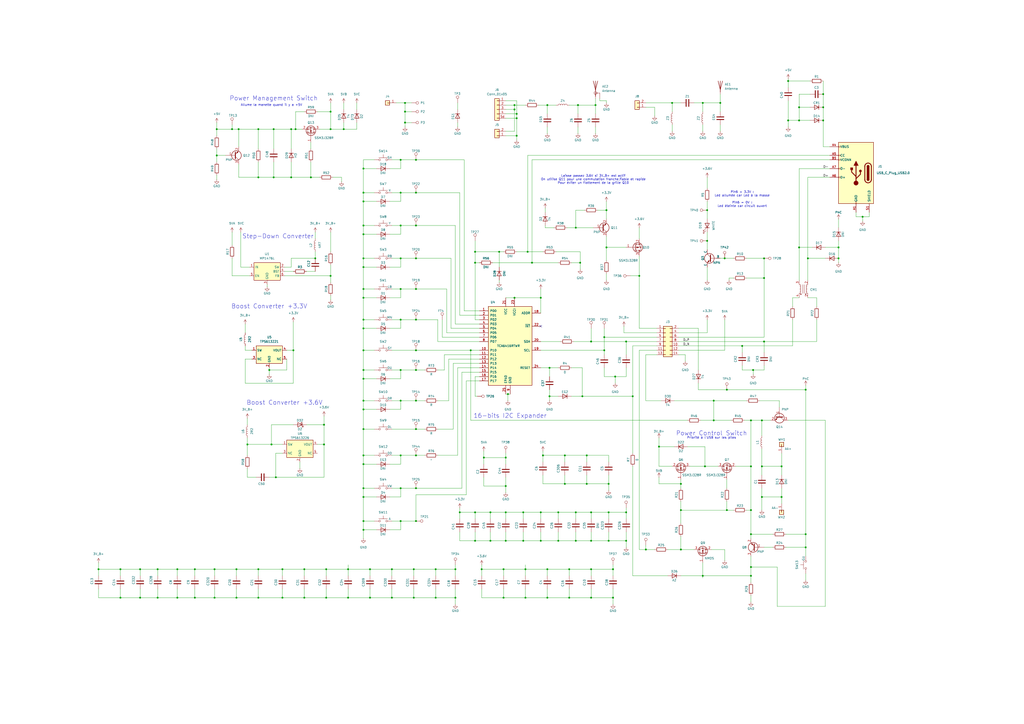
<source format=kicad_sch>
(kicad_sch (version 20231120) (generator "eeschema") (generator_version "8.0")
  (paper "A2")
  (junction (at 298.45 60.96))
  (junction (at 327.66 264.16))
  (junction (at 441.96 288.29))
  (junction (at 318.77 229.87))
  (junction (at 210.82 219.71))
  (junction (at 317.5 330.2))
  (junction (at 168.91 102.87))
  (junction (at 441.96 243.84))
  (junction (at 171.45 74.93))
  (junction (at 363.22 297.18))
  (junction (at 210.82 172.72))
  (junction (at 453.39 288.29))
  (junction (at 486.41 149.86))
  (junction (at 102.87 346.71))
  (junction (at 421.64 226.06))
  (junction (at 275.59 152.4))
  (junction (at 227.33 330.2))
  (junction (at 453.39 270.51))
  (junction (at 201.93 330.2))
  (junction (at 69.85 330.2))
  (junction (at 467.36 226.06))
  (junction (at 330.2 330.2))
  (junction (at 435.61 295.91))
  (junction (at 435.61 309.88))
  (junction (at 158.75 102.87))
  (junction (at 334.01 313.69))
  (junction (at 443.23 198.12))
  (junction (at 337.82 229.87))
  (junction (at 323.85 313.69))
  (junction (at 232.41 130.81))
  (junction (at 467.36 309.88))
  (junction (at 382.27 259.08))
  (junction (at 436.88 214.63))
  (junction (at 275.59 146.05))
  (junction (at 351.79 121.92))
  (junction (at 435.61 243.84))
  (junction (at 408.94 270.51))
  (junction (at 264.16 330.2))
  (junction (at 241.3 130.81))
  (junction (at 414.02 243.84))
  (junction (at 170.18 203.2))
  (junction (at 157.48 257.81))
  (junction (at 210.82 167.64))
  (junction (at 191.77 74.93))
  (junction (at 304.8 330.2))
  (junction (at 210.82 130.81))
  (junction (at 234.95 71.12))
  (junction (at 232.41 185.42))
  (junction (at 210.82 116.84))
  (junction (at 232.41 149.86))
  (junction (at 355.6 346.71))
  (junction (at 241.3 111.76))
  (junction (at 363.22 313.69))
  (junction (at 210.82 190.5))
  (junction (at 293.37 297.18))
  (junction (at 353.06 313.69))
  (junction (at 210.82 248.92))
  (junction (at 210.82 203.2))
  (junction (at 210.82 97.79))
  (junction (at 342.9 330.2))
  (junction (at 210.82 111.76))
  (junction (at 292.1 330.2))
  (junction (at 334.01 132.08))
  (junction (at 149.86 346.71))
  (junction (at 306.07 146.05))
  (junction (at 463.55 143.51))
  (junction (at 340.36 280.67))
  (junction (at 435.61 328.93))
  (junction (at 275.59 313.69))
  (junction (at 234.95 59.69))
  (junction (at 293.37 313.69))
  (junction (at 143.51 257.81))
  (junction (at 293.37 281.94))
  (junction (at 279.4 330.2))
  (junction (at 355.6 330.2))
  (junction (at 500.38 125.73))
  (junction (at 241.3 185.42))
  (junction (at 308.61 152.4))
  (junction (at 160.02 276.86))
  (junction (at 284.48 313.69))
  (junction (at 407.67 59.69))
  (junction (at 443.23 149.86))
  (junction (at 210.82 185.42))
  (junction (at 350.52 195.58))
  (junction (at 342.9 346.71))
  (junction (at 232.41 92.71))
  (junction (at 241.3 149.86))
  (junction (at 137.16 346.71))
  (junction (at 241.3 248.92))
  (junction (at 330.2 346.71))
  (junction (at 81.28 346.71))
  (junction (at 417.83 59.69))
  (junction (at 370.84 160.02))
  (junction (at 463.55 62.23))
  (junction (at 210.82 149.86))
  (junction (at 298.45 63.5))
  (junction (at 284.48 297.18))
  (junction (at 435.61 270.51))
  (junction (at 292.1 346.71))
  (junction (at 394.97 280.67))
  (junction (at 81.28 330.2))
  (junction (at 273.05 203.2))
  (junction (at 467.36 317.5))
  (junction (at 241.3 92.71))
  (junction (at 125.73 90.17))
  (junction (at 241.3 232.41))
  (junction (at 176.53 346.71))
  (junction (at 232.41 283.21))
  (junction (at 374.65 318.77))
  (junction (at 149.86 102.87))
  (junction (at 351.79 143.51))
  (junction (at 149.86 330.2))
  (junction (at 137.16 330.2))
  (junction (at 210.82 269.24))
  (junction (at 266.7 297.18))
  (junction (at 210.82 214.63))
  (junction (at 158.75 74.93))
  (junction (at 394.97 318.77))
  (junction (at 299.72 78.74))
  (junction (at 240.03 346.71))
  (junction (at 156.21 214.63))
  (junction (at 350.52 203.2))
  (junction (at 241.3 264.16))
  (junction (at 240.03 330.2))
  (junction (at 443.23 161.29))
  (junction (at 180.34 102.87))
  (junction (at 241.3 203.2))
  (junction (at 313.69 297.18))
  (junction (at 210.82 232.41))
  (junction (at 241.3 302.26))
  (junction (at 335.28 60.96))
  (junction (at 410.21 139.7))
  (junction (at 187.96 257.81))
  (junction (at 57.15 330.2))
  (junction (at 420.37 149.86))
  (junction (at 323.85 297.18))
  (junction (at 227.33 346.71))
  (junction (at 210.82 154.94))
  (junction (at 214.63 346.71))
  (junction (at 394.97 295.91))
  (junction (at 298.45 172.72))
  (junction (at 463.55 69.85))
  (junction (at 124.46 330.2))
  (junction (at 334.01 297.18))
  (junction (at 232.41 214.63))
  (junction (at 353.06 280.67))
  (junction (at 318.77 213.36))
  (junction (at 210.82 283.21))
  (junction (at 340.36 264.16))
  (junction (at 410.21 121.92))
  (junction (at 303.53 313.69))
  (junction (at 234.95 64.77))
  (junction (at 210.82 237.49))
  (junction (at 210.82 302.26))
  (junction (at 414.02 232.41))
  (junction (at 327.66 280.67))
  (junction (at 313.69 172.72))
  (junction (at 163.83 346.71))
  (junction (at 232.41 302.26))
  (junction (at 241.3 214.63))
  (junction (at 232.41 264.16))
  (junction (at 163.83 330.2))
  (junction (at 430.53 200.66))
  (junction (at 317.5 60.96))
  (junction (at 356.87 218.44))
  (junction (at 342.9 313.69))
  (junction (at 91.44 346.71))
  (junction (at 299.72 68.58))
  (junction (at 191.77 160.02))
  (junction (at 232.41 111.76))
  (junction (at 421.64 295.91))
  (junction (at 182.88 149.86))
  (junction (at 102.87 330.2))
  (junction (at 313.69 313.69))
  (junction (at 232.41 232.41))
  (junction (at 210.82 288.29))
  (junction (at 293.37 265.43))
  (junction (at 304.8 346.71))
  (junction (at 457.2 46.99))
  (junction (at 299.72 66.04))
  (junction (at 210.82 264.16))
  (junction (at 289.56 146.05))
  (junction (at 189.23 346.71))
  (junction (at 210.82 307.34))
  (junction (at 280.67 265.43))
  (junction (at 486.41 143.51))
  (junction (at 187.96 246.38))
  (junction (at 363.22 198.12))
  (junction (at 477.52 62.23))
  (junction (at 138.43 74.93))
  (junction (at 149.86 74.93))
  (junction (at 214.63 330.2))
  (junction (at 407.67 334.01))
  (junction (at 342.9 198.12))
  (junction (at 441.96 270.51))
  (junction (at 241.3 283.21))
  (junction (at 168.91 74.93))
  (junction (at 314.96 264.16))
  (junction (at 191.77 64.77))
  (junction (at 252.73 330.2))
  (junction (at 317.5 346.71))
  (junction (at 342.9 297.18))
  (junction (at 275.59 297.18))
  (junction (at 353.06 297.18))
  (junction (at 134.62 74.93))
  (junction (at 91.44 330.2))
  (junction (at 125.73 74.93))
  (junction (at 303.53 297.18))
  (junction (at 336.55 152.4))
  (junction (at 345.44 60.96))
  (junction (at 457.2 69.85))
  (junction (at 201.93 346.71))
  (junction (at 241.3 167.64))
  (junction (at 232.41 167.64))
  (junction (at 477.52 54.61))
  (junction (at 477.52 69.85))
  (junction (at 210.82 135.89))
  (junction (at 294.64 228.6))
  (junction (at 435.61 334.01))
  (junction (at 113.03 346.71))
  (junction (at 252.73 346.71))
  (junction (at 264.16 346.71))
  (junction (at 189.23 330.2))
  (junction (at 69.85 346.71))
  (junction (at 389.89 59.69))
  (junction (at 199.39 74.93))
  (junction (at 176.53 330.2))
  (junction (at 113.03 330.2))
  (junction (at 124.46 346.71))
  (junction (at 468.63 149.86))
  (junction (at 367.03 229.87))
  (no_connect (at 313.69 189.23))
  (wire (pts (xy 210.82 248.92) (xy 217.17 248.92)))
  (wire (pts (xy 453.39 292.1) (xy 453.39 288.29)))
  (wire (pts (xy 264.16 130.81) (xy 241.3 130.81)))
  (wire (pts (xy 149.86 74.93) (xy 158.75 74.93)))
  (wire (pts (xy 318.77 229.87) (xy 318.77 232.41)))
  (wire (pts (xy 241.3 203.2) (xy 273.05 203.2)))
  (wire (pts (xy 353.06 297.18) (xy 353.06 300.99)))
  (wire (pts (xy 430.53 200.66) (xy 430.53 204.47)))
  (wire (pts (xy 113.03 334.01) (xy 113.03 330.2)))
  (wire (pts (xy 232.41 130.81) (xy 241.3 130.81)))
  (wire (pts (xy 473.71 172.72) (xy 473.71 177.8)))
  (wire (pts (xy 417.83 54.61) (xy 417.83 59.69)))
  (wire (pts (xy 191.77 134.62) (xy 191.77 146.05)))
  (wire (pts (xy 342.9 297.18) (xy 342.9 300.99)))
  (wire (pts (xy 417.83 72.39) (xy 417.83 76.2)))
  (wire (pts (xy 402.59 59.69) (xy 407.67 59.69)))
  (wire (pts (xy 370.84 148.59) (xy 370.84 160.02)))
  (wire (pts (xy 227.33 111.76) (xy 232.41 111.76)))
  (wire (pts (xy 289.56 162.56) (xy 289.56 163.83)))
  (wire (pts (xy 299.72 68.58) (xy 299.72 78.74)))
  (wire (pts (xy 182.88 134.62) (xy 182.88 138.43)))
  (wire (pts (xy 457.2 69.85) (xy 457.2 73.66)))
  (wire (pts (xy 303.53 297.18) (xy 293.37 297.18)))
  (wire (pts (xy 443.23 198.12) (xy 473.71 198.12)))
  (wire (pts (xy 232.41 190.5) (xy 232.41 185.42)))
  (wire (pts (xy 441.96 243.84) (xy 441.96 252.73)))
  (wire (pts (xy 441.96 270.51) (xy 441.96 275.59)))
  (wire (pts (xy 459.74 200.66) (xy 459.74 185.42)))
  (wire (pts (xy 443.23 198.12) (xy 443.23 204.47)))
  (wire (pts (xy 262.89 210.82) (xy 262.89 248.92)))
  (wire (pts (xy 275.59 313.69) (xy 284.48 313.69)))
  (wire (pts (xy 234.95 71.12) (xy 238.76 71.12)))
  (wire (pts (xy 69.85 346.71) (xy 81.28 346.71)))
  (wire (pts (xy 440.69 232.41) (xy 452.12 232.41)))
  (wire (pts (xy 210.82 92.71) (xy 210.82 97.79)))
  (wire (pts (xy 293.37 308.61) (xy 293.37 313.69)))
  (wire (pts (xy 275.59 308.61) (xy 275.59 313.69)))
  (wire (pts (xy 278.13 195.58) (xy 256.54 195.58)))
  (wire (pts (xy 394.97 278.13) (xy 394.97 280.67)))
  (wire (pts (xy 467.36 309.88) (xy 455.93 309.88)))
  (wire (pts (xy 330.2 60.96) (xy 335.28 60.96)))
  (wire (pts (xy 91.44 334.01) (xy 91.44 330.2)))
  (wire (pts (xy 125.73 90.17) (xy 130.81 90.17)))
  (wire (pts (xy 367.03 270.51) (xy 367.03 334.01)))
  (wire (pts (xy 259.08 193.04) (xy 259.08 167.64)))
  (wire (pts (xy 191.77 59.69) (xy 191.77 64.77)))
  (wire (pts (xy 69.85 330.2) (xy 57.15 330.2)))
  (wire (pts (xy 463.55 54.61) (xy 469.9 54.61)))
  (wire (pts (xy 91.44 330.2) (xy 102.87 330.2)))
  (wire (pts (xy 176.53 64.77) (xy 171.45 64.77)))
  (wire (pts (xy 138.43 74.93) (xy 149.86 74.93)))
  (wire (pts (xy 467.36 223.52) (xy 467.36 226.06)))
  (wire (pts (xy 406.4 243.84) (xy 414.02 243.84)))
  (wire (pts (xy 382.27 259.08) (xy 382.27 254)))
  (wire (pts (xy 303.53 313.69) (xy 313.69 313.69)))
  (wire (pts (xy 435.61 345.44) (xy 435.61 349.25)))
  (wire (pts (xy 227.33 167.64) (xy 232.41 167.64)))
  (wire (pts (xy 138.43 74.93) (xy 138.43 85.09)))
  (wire (pts (xy 210.82 269.24) (xy 210.82 283.21)))
  (wire (pts (xy 468.63 102.87) (xy 481.33 102.87)))
  (wire (pts (xy 149.86 102.87) (xy 149.86 93.98)))
  (wire (pts (xy 214.63 330.2) (xy 214.63 334.01)))
  (wire (pts (xy 407.67 59.69) (xy 407.67 64.77)))
  (wire (pts (xy 191.77 153.67) (xy 191.77 160.02)))
  (wire (pts (xy 342.9 346.71) (xy 342.9 341.63)))
  (wire (pts (xy 435.61 243.84) (xy 441.96 243.84)))
  (wire (pts (xy 241.3 264.16) (xy 246.38 264.16)))
  (wire (pts (xy 191.77 160.02) (xy 191.77 163.83)))
  (wire (pts (xy 266.7 111.76) (xy 241.3 111.76)))
  (wire (pts (xy 210.82 237.49) (xy 218.44 237.49)))
  (wire (pts (xy 443.23 195.58) (xy 443.23 161.29)))
  (wire (pts (xy 317.5 60.96) (xy 317.5 66.04)))
  (wire (pts (xy 232.41 149.86) (xy 241.3 149.86)))
  (wire (pts (xy 340.36 280.67) (xy 340.36 275.59)))
  (wire (pts (xy 353.06 313.69) (xy 363.22 313.69)))
  (wire (pts (xy 252.73 330.2) (xy 252.73 334.01)))
  (wire (pts (xy 180.34 102.87) (xy 180.34 93.98)))
  (wire (pts (xy 335.28 60.96) (xy 335.28 66.04)))
  (wire (pts (xy 379.73 62.23) (xy 379.73 67.31)))
  (wire (pts (xy 303.53 297.18) (xy 313.69 297.18)))
  (wire (pts (xy 176.53 330.2) (xy 189.23 330.2)))
  (wire (pts (xy 124.46 341.63) (xy 124.46 346.71)))
  (wire (pts (xy 240.03 346.71) (xy 252.73 346.71)))
  (wire (pts (xy 350.52 195.58) (xy 381 195.58)))
  (wire (pts (xy 265.43 213.36) (xy 265.43 264.16)))
  (wire (pts (xy 227.33 330.2) (xy 227.33 334.01)))
  (wire (pts (xy 267.97 283.21) (xy 241.3 283.21)))
  (wire (pts (xy 370.84 203.2) (xy 370.84 318.77)))
  (wire (pts (xy 143.51 257.81) (xy 143.51 254)))
  (wire (pts (xy 394.97 295.91) (xy 394.97 290.83)))
  (wire (pts (xy 240.03 330.2) (xy 240.03 334.01)))
  (wire (pts (xy 210.82 149.86) (xy 217.17 149.86)))
  (wire (pts (xy 317.5 60.96) (xy 322.58 60.96)))
  (wire (pts (xy 393.7 193.04) (xy 410.21 193.04)))
  (wire (pts (xy 463.55 172.72) (xy 459.74 172.72)))
  (wire (pts (xy 81.28 341.63) (xy 81.28 346.71)))
  (wire (pts (xy 158.75 93.98) (xy 158.75 102.87)))
  (wire (pts (xy 410.21 116.84) (xy 410.21 121.92)))
  (wire (pts (xy 435.61 295.91) (xy 435.61 270.51)))
  (wire (pts (xy 299.72 78.74) (xy 293.37 78.74)))
  (wire (pts (xy 317.5 73.66) (xy 317.5 77.47)))
  (wire (pts (xy 342.9 190.5) (xy 342.9 198.12)))
  (wire (pts (xy 441.96 243.84) (xy 447.04 243.84)))
  (wire (pts (xy 308.61 152.4) (xy 323.85 152.4)))
  (wire (pts (xy 355.6 327.66) (xy 355.6 330.2)))
  (wire (pts (xy 149.86 341.63) (xy 149.86 346.71)))
  (wire (pts (xy 171.45 64.77) (xy 171.45 74.93)))
  (wire (pts (xy 318.77 213.36) (xy 318.77 218.44)))
  (wire (pts (xy 201.93 346.71) (xy 201.93 341.63)))
  (wire (pts (xy 168.91 74.93) (xy 168.91 86.36)))
  (wire (pts (xy 313.69 167.64) (xy 313.69 172.72)))
  (wire (pts (xy 405.13 190.5) (xy 405.13 214.63)))
  (wire (pts (xy 293.37 265.43) (xy 293.37 269.24)))
  (wire (pts (xy 334.01 297.18) (xy 334.01 300.99)))
  (wire (pts (xy 467.36 309.88) (xy 467.36 317.5)))
  (wire (pts (xy 264.16 330.2) (xy 252.73 330.2)))
  (wire (pts (xy 227.33 185.42) (xy 232.41 185.42)))
  (wire (pts (xy 299.72 58.42) (xy 299.72 66.04)))
  (wire (pts (xy 232.41 116.84) (xy 232.41 111.76)))
  (wire (pts (xy 433.07 161.29) (xy 443.23 161.29)))
  (wire (pts (xy 353.06 264.16) (xy 353.06 267.97)))
  (wire (pts (xy 278.13 180.34) (xy 269.24 180.34)))
  (wire (pts (xy 207.01 59.69) (xy 207.01 63.5)))
  (wire (pts (xy 435.61 270.51) (xy 435.61 243.84)))
  (wire (pts (xy 313.69 213.36) (xy 318.77 213.36)))
  (wire (pts (xy 278.13 190.5) (xy 261.62 190.5)))
  (wire (pts (xy 134.62 134.62) (xy 134.62 142.24)))
  (wire (pts (xy 210.82 288.29) (xy 210.82 302.26)))
  (wire (pts (xy 420.37 318.77) (xy 420.37 325.12)))
  (wire (pts (xy 158.75 102.87) (xy 168.91 102.87)))
  (wire (pts (xy 441.96 288.29) (xy 441.96 295.91)))
  (wire (pts (xy 280.67 276.86) (xy 280.67 281.94)))
  (wire (pts (xy 210.82 135.89) (xy 218.44 135.89)))
  (wire (pts (xy 304.8 346.71) (xy 304.8 341.63)))
  (wire (pts (xy 279.4 327.66) (xy 279.4 330.2)))
  (wire (pts (xy 337.82 229.87) (xy 331.47 229.87)))
  (wire (pts (xy 266.7 313.69) (xy 275.59 313.69)))
  (wire (pts (xy 266.7 308.61) (xy 266.7 313.69)))
  (wire (pts (xy 142.24 203.2) (xy 142.24 200.66)))
  (wire (pts (xy 417.83 59.69) (xy 417.83 64.77)))
  (wire (pts (xy 433.07 149.86) (xy 443.23 149.86)))
  (wire (pts (xy 210.82 149.86) (xy 210.82 154.94)))
  (wire (pts (xy 201.93 330.2) (xy 214.63 330.2)))
  (wire (pts (xy 157.48 246.38) (xy 157.48 257.81)))
  (wire (pts (xy 275.59 218.44) (xy 275.59 229.87)))
  (wire (pts (xy 477.52 62.23) (xy 477.52 69.85)))
  (wire (pts (xy 374.65 62.23) (xy 379.73 62.23)))
  (wire (pts (xy 353.06 280.67) (xy 353.06 275.59)))
  (wire (pts (xy 293.37 313.69) (xy 303.53 313.69)))
  (wire (pts (xy 381 200.66) (xy 367.03 200.66)))
  (wire (pts (xy 284.48 297.18) (xy 284.48 300.99)))
  (wire (pts (xy 298.45 60.96) (xy 304.8 60.96)))
  (wire (pts (xy 394.97 318.77) (xy 394.97 311.15)))
  (wire (pts (xy 168.91 149.86) (xy 168.91 154.94)))
  (wire (pts (xy 177.8 246.38) (xy 187.96 246.38)))
  (wire (pts (xy 143.51 257.81) (xy 143.51 264.16)))
  (wire (pts (xy 342.9 346.71) (xy 355.6 346.71)))
  (wire (pts (xy 227.33 92.71) (xy 232.41 92.71)))
  (wire (pts (xy 318.77 226.06) (xy 318.77 229.87)))
  (wire (pts (xy 278.13 187.96) (xy 264.16 187.96)))
  (wire (pts (xy 81.28 330.2) (xy 91.44 330.2)))
  (wire (pts (xy 342.9 297.18) (xy 353.06 297.18)))
  (wire (pts (xy 314.96 275.59) (xy 314.96 280.67)))
  (wire (pts (xy 266.7 111.76) (xy 266.7 182.88)))
  (wire (pts (xy 414.02 232.41) (xy 433.07 232.41)))
  (wire (pts (xy 232.41 264.16) (xy 241.3 264.16)))
  (wire (pts (xy 264.16 341.63) (xy 264.16 346.71)))
  (wire (pts (xy 279.4 330.2) (xy 292.1 330.2)))
  (wire (pts (xy 317.5 330.2) (xy 330.2 330.2)))
  (wire (pts (xy 331.47 213.36) (xy 337.82 213.36)))
  (wire (pts (xy 304.8 346.71) (xy 317.5 346.71)))
  (wire (pts (xy 422.91 162.56) (xy 422.91 161.29)))
  (wire (pts (xy 410.21 139.7) (xy 410.21 144.78)))
  (wire (pts (xy 261.62 190.5) (xy 261.62 149.86)))
  (wire (pts (xy 210.82 185.42) (xy 217.17 185.42)))
  (wire (pts (xy 367.03 200.66) (xy 367.03 229.87)))
  (wire (pts (xy 318.77 213.36) (xy 323.85 213.36)))
  (wire (pts (xy 407.67 334.01) (xy 435.61 334.01)))
  (wire (pts (xy 210.82 167.64) (xy 210.82 172.72)))
  (wire (pts (xy 210.82 237.49) (xy 210.82 248.92)))
  (wire (pts (xy 210.82 219.71) (xy 210.82 232.41)))
  (wire (pts (xy 149.86 330.2) (xy 137.16 330.2)))
  (wire (pts (xy 361.95 189.23) (xy 361.95 193.04)))
  (wire (pts (xy 393.7 198.12) (xy 443.23 198.12)))
  (wire (pts (xy 340.36 280.67) (xy 353.06 280.67)))
  (wire (pts (xy 210.82 92.71) (xy 217.17 92.71)))
  (wire (pts (xy 124.46 330.2) (xy 124.46 334.01)))
  (wire (pts (xy 293.37 60.96) (xy 298.45 60.96)))
  (wire (pts (xy 139.7 154.94) (xy 144.78 154.94)))
  (wire (pts (xy 292.1 330.2) (xy 304.8 330.2)))
  (wire (pts (xy 170.18 246.38) (xy 157.48 246.38)))
  (wire (pts (xy 138.43 95.25) (xy 138.43 102.87)))
  (wire (pts (xy 91.44 341.63) (xy 91.44 346.71)))
  (wire (pts (xy 184.15 64.77) (xy 191.77 64.77)))
  (wire (pts (xy 279.4 330.2) (xy 279.4 334.01)))
  (wire (pts (xy 407.67 59.69) (xy 417.83 59.69)))
  (wire (pts (xy 374.65 232.41) (xy 383.54 232.41)))
  (wire (pts (xy 477.52 69.85) (xy 477.52 85.09)))
  (wire (pts (xy 210.82 111.76) (xy 210.82 116.84)))
  (wire (pts (xy 199.39 74.93) (xy 199.39 71.12)))
  (wire (pts (xy 134.62 149.86) (xy 134.62 160.02)))
  (wire (pts (xy 408.94 259.08) (xy 408.94 270.51)))
  (wire (pts (xy 156.21 214.63) (xy 166.37 214.63)))
  (wire (pts (xy 185.42 74.93) (xy 191.77 74.93)))
  (wire (pts (xy 191.77 74.93) (xy 199.39 74.93)))
  (wire (pts (xy 314.96 264.16) (xy 314.96 267.97)))
  (wire (pts (xy 342.9 330.2) (xy 355.6 330.2)))
  (wire (pts (xy 191.77 171.45) (xy 191.77 173.99)))
  (wire (pts (xy 293.37 76.2) (xy 298.45 76.2)))
  (wire (pts (xy 267.97 215.9) (xy 267.97 283.21)))
  (wire (pts (xy 210.82 116.84) (xy 218.44 116.84)))
  (wire (pts (xy 227.33 203.2) (xy 241.3 203.2)))
  (wire (pts (xy 210.82 203.2) (xy 217.17 203.2)))
  (wire (pts (xy 408.94 270.51) (xy 416.56 270.51)))
  (wire (pts (xy 397.51 205.74) (xy 397.51 209.55)))
  (wire (pts (xy 137.16 346.71) (xy 149.86 346.71)))
  (wire (pts (xy 292.1 341.63) (xy 292.1 346.71)))
  (wire (pts (xy 412.75 318.77) (xy 420.37 318.77)))
  (wire (pts (xy 229.87 59.69) (xy 234.95 59.69)))
  (wire (pts (xy 441.96 260.35) (xy 441.96 270.51)))
  (wire (pts (xy 227.33 264.16) (xy 232.41 264.16)))
  (wire (pts (xy 146.05 203.2) (xy 142.24 203.2)))
  (wire (pts (xy 226.06 269.24) (xy 232.41 269.24)))
  (wire (pts (xy 227.33 346.71) (xy 227.33 341.63)))
  (wire (pts (xy 102.87 346.71) (xy 113.03 346.71)))
  (wire (pts (xy 435.61 295.91) (xy 435.61 309.88)))
  (wire (pts (xy 210.82 154.94) (xy 210.82 167.64)))
  (wire (pts (xy 293.37 172.72) (xy 298.45 172.72)))
  (wire (pts (xy 345.44 57.15) (xy 345.44 60.96)))
  (wire (pts (xy 227.33 330.2) (xy 240.03 330.2)))
  (wire (pts (xy 210.82 302.26) (xy 210.82 307.34)))
  (wire (pts (xy 199.39 74.93) (xy 207.01 74.93)))
  (wire (pts (xy 457.2 243.84) (xy 478.79 243.84)))
  (wire (pts (xy 453.39 270.51) (xy 453.39 262.89)))
  (wire (pts (xy 382.27 280.67) (xy 382.27 276.86)))
  (wire (pts (xy 273.05 203.2) (xy 273.05 243.84)))
  (wire (pts (xy 370.84 132.08) (xy 370.84 138.43)))
  (wire (pts (xy 241.3 232.41) (xy 246.38 232.41)))
  (wire (pts (xy 330.2 346.71) (xy 330.2 341.63)))
  (wire (pts (xy 165.1 157.48) (xy 170.18 157.48)))
  (wire (pts (xy 275.59 146.05) (xy 289.56 146.05)))
  (wire (pts (xy 226.06 190.5) (xy 232.41 190.5)))
  (wire (pts (xy 266.7 297.18) (xy 275.59 297.18)))
  (wire (pts (xy 163.83 330.2) (xy 176.53 330.2)))
  (wire (pts (xy 226.06 116.84) (xy 232.41 116.84)))
  (wire (pts (xy 254 264.16) (xy 265.43 264.16)))
  (wire (pts (xy 102.87 341.63) (xy 102.87 346.71)))
  (wire (pts (xy 433.07 295.91) (xy 435.61 295.91)))
  (wire (pts (xy 241.3 185.42) (xy 254 185.42)))
  (wire (pts (xy 187.96 241.3) (xy 187.96 246.38)))
  (wire (pts (xy 260.35 208.28) (xy 260.35 232.41)))
  (wire (pts (xy 278.13 210.82) (xy 262.89 210.82)))
  (wire (pts (xy 134.62 160.02) (xy 144.78 160.02)))
  (wire (pts (xy 363.22 313.69) (xy 363.22 308.61)))
  (wire (pts (xy 318.77 229.87) (xy 323.85 229.87)))
  (wire (pts (xy 57.15 326.39) (xy 57.15 330.2)))
  (wire (pts (xy 334.01 308.61) (xy 334.01 313.69)))
  (wire (pts (xy 293.37 68.58) (xy 299.72 68.58)))
  (wire (pts (xy 317.5 341.63) (xy 317.5 346.71)))
  (wire (pts (xy 420.37 203.2) (xy 420.37 185.42)))
  (wire (pts (xy 270.51 220.98) (xy 270.51 287.02)))
  (wire (pts (xy 227.33 130.81) (xy 232.41 130.81)))
  (wire (pts (xy 143.51 271.78) (xy 143.51 276.86)))
  (wire (pts (xy 467.36 332.74) (xy 467.36 336.55)))
  (wire (pts (xy 410.21 154.94) (xy 410.21 162.56)))
  (wire (pts (xy 189.23 330.2) (xy 189.23 334.01)))
  (wire (pts (xy 275.59 152.4) (xy 275.59 146.05)))
  (wire (pts (xy 241.3 287.02) (xy 270.51 287.02)))
  (wire (pts (xy 345.44 73.66) (xy 345.44 77.47)))
  (wire (pts (xy 353.06 280.67) (xy 353.06 284.48)))
  (wire (pts (xy 227.33 283.21) (xy 232.41 283.21)))
  (wire (pts (xy 394.97 280.67) (xy 382.27 280.67)))
  (wire (pts (xy 351.79 158.75) (xy 351.79 162.56)))
  (wire (pts (xy 363.22 294.64) (xy 363.22 297.18)))
  (wire (pts (xy 336.55 146.05) (xy 322.58 146.05)))
  (wire (pts (xy 350.52 203.2) (xy 350.52 205.74)))
  (wire (pts (xy 473.71 198.12) (xy 473.71 185.42)))
  (wire (pts (xy 278.13 203.2) (xy 273.05 203.2)))
  (wire (pts (xy 469.9 69.85) (xy 463.55 69.85)))
  (wire (pts (xy 176.53 346.71) (xy 176.53 341.63)))
  (wire (pts (xy 293.37 281.94) (xy 293.37 276.86)))
  (wire (pts (xy 275.59 297.18) (xy 275.59 300.99)))
  (wire (pts (xy 158.75 74.93) (xy 158.75 86.36)))
  (wire (pts (xy 275.59 152.4) (xy 275.59 185.42)))
  (wire (pts (xy 210.82 130.81) (xy 217.17 130.81)))
  (wire (pts (xy 163.83 330.2) (xy 163.83 334.01)))
  (wire (pts (xy 457.2 46.99) (xy 457.2 50.8)))
  (wire (pts (xy 256.54 195.58) (xy 256.54 185.42)))
  (wire (pts (xy 303.53 297.18) (xy 303.53 300.99)))
  (wire (pts (xy 293.37 297.18) (xy 293.37 300.99)))
  (wire (pts (xy 374.65 59.69) (xy 389.89 59.69)))
  (wire (pts (xy 278.13 193.04) (xy 259.08 193.04)))
  (wire (pts (xy 393.7 190.5) (xy 405.13 190.5)))
  (wire (pts (xy 441.96 270.51) (xy 453.39 270.51)))
  (wire (pts (xy 463.55 54.61) (xy 463.55 62.23)))
  (wire (pts (xy 330.2 330.2) (xy 342.9 330.2)))
  (wire (pts (xy 57.15 330.2) (xy 57.15 334.01)))
  (wire (pts (xy 241.3 167.64) (xy 259.08 167.64)))
  (wire (pts (xy 298.45 172.72) (xy 313.69 172.72)))
  (wire (pts (xy 280.67 261.62) (xy 280.67 265.43)))
  (wire (pts (xy 430.53 212.09) (xy 430.53 214.63)))
  (wire (pts (xy 381 190.5) (xy 370.84 190.5)))
  (wire (pts (xy 323.85 297.18) (xy 323.85 300.99)))
  (wire (pts (xy 351.79 58.42) (xy 351.79 59.69)))
  (wire (pts (xy 168.91 102.87) (xy 168.91 93.98)))
  (wire (pts (xy 443.23 317.5) (xy 448.31 317.5)))
  (wire (pts (xy 394.97 318.77) (xy 402.59 318.77)))
  (wire (pts (xy 57.15 341.63) (xy 57.15 346.71)))
  (wire (pts (xy 280.67 265.43) (xy 293.37 265.43)))
  (wire (pts (xy 441.96 283.21) (xy 441.96 288.29)))
  (wire (pts (xy 342.9 313.69) (xy 353.06 313.69)))
  (wire (pts (xy 289.56 146.05) (xy 292.1 146.05)))
  (wire (pts (xy 350.52 190.5) (xy 350.52 195.58)))
  (wire (pts (xy 468.63 149.86) (xy 478.79 149.86)))
  (wire (pts (xy 355.6 346.71) (xy 355.6 350.52)))
  (wire (pts (xy 189.23 346.71) (xy 201.93 346.71)))
  (wire (pts (xy 356.87 218.44) (xy 363.22 218.44)))
  (wire (pts (xy 363.22 218.44) (xy 363.22 213.36)))
  (wire (pts (xy 393.7 203.2) (xy 420.37 203.2)))
  (wire (pts (xy 210.82 172.72) (xy 218.44 172.72)))
  (wire (pts (xy 168.91 154.94) (xy 165.1 154.94)))
  (wire (pts (xy 342.9 198.12) (xy 363.22 198.12)))
  (wire (pts (xy 279.4 346.71) (xy 292.1 346.71)))
  (wire (pts (xy 394.97 334.01) (xy 407.67 334.01)))
  (wire (pts (xy 405.13 222.25) (xy 405.13 226.06)))
  (wire (pts (xy 254 198.12) (xy 254 185.42)))
  (wire (pts (xy 468.63 149.86) (xy 468.63 162.56)))
  (wire (pts (xy 210.82 288.29) (xy 218.44 288.29)))
  (wire (pts (xy 481.33 97.79) (xy 463.55 97.79)))
  (wire (pts (xy 257.81 205.74) (xy 257.81 214.63)))
  (wire (pts (xy 214.63 346.71) (xy 227.33 346.71)))
  (wire (pts (xy 313.69 198.12) (xy 325.12 198.12)))
  (wire (pts (xy 284.48 308.61) (xy 284.48 313.69)))
  (wire (pts (xy 226.06 288.29) (xy 232.41 288.29)))
  (wire (pts (xy 102.87 334.01) (xy 102.87 330.2)))
  (wire (pts (xy 264.16 330.2) (xy 264.16 334.01)))
  (wire (pts (xy 163.83 262.89) (xy 160.02 262.89)))
  (wire (pts (xy 381 203.2) (xy 370.84 203.2)))
  (wire (pts (xy 334.01 313.69) (xy 342.9 313.69)))
  (wire (pts (xy 393.7 200.66) (xy 430.53 200.66)))
  (wire (pts (xy 351.79 121.92) (xy 351.79 127)))
  (wire (pts (xy 180.34 102.87) (xy 185.42 102.87)))
  (wire (pts (xy 201.93 346.71) (xy 214.63 346.71)))
  (wire (pts (xy 210.82 283.21) (xy 217.17 283.21)))
  (wire (pts (xy 113.03 346.71) (xy 124.46 346.71)))
  (wire (pts (xy 313.69 313.69) (xy 313.69 308.61)))
  (wire (pts (xy 346.71 121.92) (xy 351.79 121.92)))
  (wire (pts (xy 306.07 90.17) (xy 306.07 146.05)))
  (wire (pts (xy 463.55 62.23) (xy 469.9 62.23)))
  (wire (pts (xy 467.36 226.06) (xy 467.36 309.88)))
  (wire (pts (xy 457.2 45.72) (xy 457.2 46.99)))
  (wire (pts (xy 355.6 330.2) (xy 355.6 334.01)))
  (wire (pts (xy 139.7 134.62) (xy 139.7 154.94)))
  (wire (pts (xy 142.24 187.96) (xy 142.24 193.04)))
  (wire (pts (xy 355.6 346.71) (xy 355.6 341.63)))
  (wire (pts (xy 280.67 281.94) (xy 293.37 281.94)))
  (wire (pts (xy 317.5 346.71) (xy 330.2 346.71)))
  (wire (pts (xy 435.61 309.88) (xy 448.31 309.88)))
  (wire (pts (xy 304.8 330.2) (xy 317.5 330.2)))
  (wire (pts (xy 57.15 346.71) (xy 69.85 346.71)))
  (wire (pts (xy 394.97 295.91) (xy 394.97 303.53)))
  (wire (pts (xy 210.82 283.21) (xy 210.82 288.29)))
  (wire (pts (xy 165.1 160.02) (xy 191.77 160.02)))
  (wire (pts (xy 232.41 97.79) (xy 232.41 92.71)))
  (wire (pts (xy 142.24 208.28) (xy 142.24 222.25)))
  (wire (pts (xy 264.16 327.66) (xy 264.16 330.2)))
  (wire (pts (xy 160.02 262.89) (xy 160.02 276.86)))
  (wire (pts (xy 389.89 59.69) (xy 394.97 59.69)))
  (wire (pts (xy 435.61 328.93) (xy 435.61 334.01)))
  (wire (pts (xy 210.82 232.41) (xy 217.17 232.41)))
  (wire (pts (xy 156.21 213.36) (xy 156.21 214.63)))
  (wire (pts (xy 374.65 318.77) (xy 379.73 318.77)))
  (wire (pts (xy 143.51 242.57) (xy 143.51 246.38)))
  (wire (pts (xy 278.13 182.88) (xy 266.7 182.88)))
  (wire (pts (xy 414.02 243.84) (xy 414.02 232.41)))
  (wire (pts (xy 81.28 334.01) (xy 81.28 330.2)))
  (wire (pts (xy 363.22 313.69) (xy 363.22 317.5)))
  (wire (pts (xy 81.28 346.71) (xy 91.44 346.71)))
  (wire (pts (xy 486.41 139.7) (xy 486.41 143.51)))
  (wire (pts (xy 232.41 307.34) (xy 232.41 302.26)))
  (wire (pts (xy 292.1 330.2) (xy 292.1 334.01)))
  (wire (pts (xy 381 193.04) (xy 361.95 193.04)))
  (wire (pts (xy 177.8 157.48) (xy 182.88 157.48)))
  (wire (pts (xy 313.69 297.18) (xy 323.85 297.18)))
  (wire (pts (xy 407.67 334.01) (xy 407.67 335.28)))
  (wire (pts (xy 264.16 346.71) (xy 264.16 350.52)))
  (wire (pts (xy 334.01 121.92) (xy 334.01 132.08)))
  (wire (pts (xy 453.39 288.29) (xy 453.39 283.21)))
  (wire (pts (xy 443.23 212.09) (xy 443.23 214.63)))
  (wire (pts (xy 293.37 58.42) (xy 299.72 58.42)))
  (wire (pts (xy 149.86 74.93) (xy 149.86 86.36)))
  (wire (pts (xy 340.36 264.16) (xy 340.36 267.97)))
  (wire (pts (xy 210.82 269.24) (xy 218.44 269.24)))
  (wire (pts (xy 241.3 287.02) (xy 241.3 302.26)))
  (wire (pts (xy 201.93 330.2) (xy 201.93 334.01)))
  (wire (pts (xy 467.36 317.5) (xy 455.93 317.5)))
  (wire (pts (xy 69.85 341.63) (xy 69.85 346.71)))
  (wire (pts (xy 149.86 334.01) (xy 149.86 330.2)))
  (wire (pts (xy 210.82 97.79) (xy 210.82 111.76)))
  (wire (pts (xy 142.24 222.25) (xy 170.18 222.25)))
  (wire (pts (xy 452.12 232.41) (xy 452.12 236.22)))
  (wire (pts (xy 113.03 330.2) (xy 124.46 330.2)))
  (wire (pts (xy 314.96 280.67) (xy 327.66 280.67)))
  (wire (pts (xy 182.88 146.05) (xy 182.88 149.86)))
  (wire (pts (xy 124.46 346.71) (xy 137.16 346.71)))
  (wire (pts (xy 210.82 97.79) (xy 218.44 97.79)))
  (wire (pts (xy 334.01 297.18) (xy 342.9 297.18)))
  (wire (pts (xy 477.52 54.61) (xy 477.52 62.23)))
  (wire (pts (xy 176.53 346.71) (xy 189.23 346.71)))
  (wire (pts (xy 457.2 69.85) (xy 463.55 69.85)))
  (wire (pts (xy 313.69 313.69) (xy 323.85 313.69)))
  (wire (pts (xy 414.02 243.84) (xy 424.18 243.84)))
  (wire (pts (xy 265.43 71.12) (xy 265.43 73.66)))
  (wire (pts (xy 417.83 149.86) (xy 420.37 149.86)))
  (wire (pts (xy 143.51 276.86) (xy 148.59 276.86)))
  (wire (pts (xy 331.47 152.4) (xy 336.55 152.4)))
  (wire (pts (xy 330.2 346.71) (xy 342.9 346.71)))
  (wire (pts (xy 125.73 71.12) (xy 125.73 74.93)))
  (wire (pts (xy 234.95 59.69) (xy 238.76 59.69)))
  (wire (pts (xy 298.45 60.96) (xy 298.45 63.5)))
  (wire (pts (xy 125.73 74.93) (xy 134.62 74.93)))
  (wire (pts (xy 137.16 341.63) (xy 137.16 346.71)))
  (wire (pts (xy 478.79 351.79) (xy 478.79 243.84)))
  (wire (pts (xy 278.13 198.12) (xy 254 198.12)))
  (wire (pts (xy 138.43 102.87) (xy 149.86 102.87)))
  (wire (pts (xy 210.82 248.92) (xy 210.82 264.16)))
  (wire (pts (xy 299.72 78.74) (xy 299.72 81.28)))
  (wire (pts (xy 486.41 127) (xy 486.41 132.08)))
  (wire (pts (xy 421.64 290.83) (xy 421.64 295.91)))
  (wire (pts (xy 308.61 92.71) (xy 308.61 152.4)))
  (wire (pts (xy 421.64 278.13) (xy 421.64 283.21)))
  (wire (pts (xy 125.73 101.6) (xy 125.73 104.14)))
  (wire (pts (xy 227.33 214.63) (xy 232.41 214.63)))
  (wire (pts (xy 173.99 267.97) (xy 173.99 271.78)))
  (wire (pts (xy 421.64 295.91) (xy 394.97 295.91)))
  (wire (pts (xy 389.89 59.69) (xy 389.89 64.77)))
  (wire (pts (xy 284.48 313.69) (xy 293.37 313.69)))
  (wire (pts (xy 278.13 215.9) (xy 267.97 215.9)))
  (wire (pts (xy 303.53 313.69) (xy 303.53 308.61)))
  (wire (pts (xy 500.38 125.73) (xy 500.38 128.27)))
  (wire (pts (xy 264.16 346.71) (xy 252.73 346.71)))
  (wire (pts (xy 234.95 64.77) (xy 238.76 64.77)))
  (wire (pts (xy 293.37 281.94) (xy 293.37 285.75)))
  (wire (pts (xy 382.27 270.51) (xy 389.89 270.51)))
  (wire (pts (xy 207.01 74.93) (xy 207.01 71.12)))
  (wire (pts (xy 137.16 330.2) (xy 137.16 334.01)))
  (wire (pts (xy 284.48 297.18) (xy 293.37 297.18)))
  (wire (pts (xy 149.86 102.87) (xy 158.75 102.87)))
  (wire (pts (xy 327.66 280.67) (xy 340.36 280.67)))
  (wire (pts (xy 240.03 330.2) (xy 252.73 330.2)))
  (wire (pts (xy 210.82 111.76) (xy 217.17 111.76)))
  (wire (pts (xy 337.82 229.87) (xy 367.03 229.87)))
  (wire (pts (xy 266.7 294.64) (xy 266.7 297.18)))
  (wire (pts (xy 330.2 330.2) (xy 330.2 334.01)))
  (wire (pts (xy 294.64 228.6) (xy 295.91 228.6)))
  (wire (pts (xy 187.96 276.86) (xy 187.96 257.81)))
  (wire (pts (xy 293.37 228.6) (xy 294.64 228.6)))
  (wire (pts (xy 317.5 330.2) (xy 317.5 334.01)))
  (wire (pts (xy 180.34 82.55) (xy 180.34 86.36)))
  (wire (pts (xy 91.44 346.71) (xy 102.87 346.71)))
  (wire (pts (xy 298.45 63.5) (xy 293.37 63.5)))
  (wire (pts (xy 210.82 302.26) (xy 217.17 302.26)))
  (wire (pts (xy 269.24 92.71) (xy 269.24 180.34)))
  (wire (pts (xy 266.7 300.99) (xy 266.7 297.18)))
  (wire (pts (xy 486.41 149.86) (xy 486.41 152.4)))
  (wire (pts (xy 285.75 152.4) (xy 308.61 152.4)))
  (wire (pts (xy 170.18 186.69) (xy 170.18 203.2)))
  (wire (pts (xy 441.96 288.29) (xy 453.39 288.29)))
  (wire (pts (xy 350.52 203.2) (xy 313.69 203.2)))
  (wire (pts (xy 435.61 322.58) (xy 435.61 328.93)))
  (wire (pts (xy 398.78 259.08) (xy 408.94 259.08)))
  (wire (pts (xy 226.06 154.94) (xy 232.41 154.94)))
  (wire (pts (xy 304.8 327.66) (xy 304.8 330.2)))
  (wire (pts (xy 210.82 116.84) (xy 210.82 130.81)))
  (wire (pts (xy 232.41 92.71) (xy 241.3 92.71)))
  (wire (pts (xy 189.23 330.2) (xy 201.93 330.2)))
  (wire (pts (xy 210.82 167.64) (xy 217.17 167.64)))
  (wire (pts (xy 463.55 69.85) (xy 463.55 62.23)))
  (wire (pts (xy 134.62 74.93) (xy 138.43 74.93)))
  (wire (pts (xy 241.3 149.86) (xy 261.62 149.86)))
  (wire (pts (xy 393.7 205.74) (xy 397.51 205.74)))
  (wire (pts (xy 198.12 102.87) (xy 198.12 105.41)))
  (wire (pts (xy 254 214.63) (xy 257.81 214.63)))
  (wire (pts (xy 496.57 125.73) (xy 496.57 123.19)))
  (wire (pts (xy 241.3 248.92) (xy 246.38 248.92)))
  (wire (pts (xy 407.67 72.39) (xy 407.67 76.2)))
  (wire (pts (xy 210.82 185.42) (xy 210.82 190.5)))
  (wire (pts (xy 232.41 288.29) (xy 232.41 283.21)))
  (wire (pts (xy 232.41 283.21) (xy 241.3 283.21)))
  (wire (pts (xy 363.22 143.51) (xy 351.79 143.51)))
  (wire (pts (xy 370.84 318.77) (xy 374.65 318.77)))
  (wire (pts (xy 353.06 313.69) (xy 353.06 308.61)))
  (wire (pts (xy 313.69 297.18) (xy 313.69 300.99)))
  (wire (pts (xy 232.41 154.94) (xy 232.41 149.86)))
  (wire (pts (xy 210.82 232.41) (xy 210.82 237.49)))
  (wire (pts (xy 189.23 346.71) (xy 189.23 341.63)))
  (wire (pts (xy 279.4 346.71) (xy 279.4 341.63)))
  (wire (pts (xy 232.41 219.71) (xy 232.41 214.63)))
  (wire (pts (xy 156.21 276.86) (xy 160.02 276.86)))
  (wire (pts (xy 365.76 160.02) (xy 370.84 160.02)))
  (wire (pts (xy 160.02 276.86) (xy 187.96 276.86)))
  (wire (pts (xy 275.59 185.42) (xy 278.13 185.42)))
  (wire (pts (xy 232.41 232.41) (xy 241.3 232.41)))
  (wire (pts (xy 500.38 125.73) (xy 504.19 125.73)))
  (wire (pts (xy 275.59 229.87) (xy 276.86 229.87)))
  (wire (pts (xy 308.61 92.71) (xy 481.33 92.71)))
  (wire (pts (xy 313.69 172.72) (xy 313.69 181.61)))
  (wire (pts (xy 226.06 97.79) (xy 232.41 97.79)))
  (wire (pts (xy 232.41 135.89) (xy 232.41 130.81)))
  (wire (pts (xy 345.44 60.96) (xy 345.44 66.04)))
  (wire (pts (xy 187.96 257.81) (xy 184.15 257.81)))
  (wire (pts (xy 504.19 125.73) (xy 504.19 123.19)))
  (wire (pts (xy 350.52 218.44) (xy 356.87 218.44)))
  (wire (pts (xy 69.85 334.01) (xy 69.85 330.2)))
  (wire (pts (xy 478.79 143.51) (xy 486.41 143.51)))
  (wire (pts (xy 393.7 195.58) (xy 443.23 195.58)))
  (wire (pts (xy 210.82 307.34) (xy 218.44 307.34)))
  (wire (pts (xy 387.35 318.77) (xy 394.97 318.77)))
  (wire (pts (xy 227.33 232.41) (xy 232.41 232.41)))
  (wire (pts (xy 210.82 203.2) (xy 210.82 214.63)))
  (wire (pts (xy 269.24 92.71) (xy 241.3 92.71)))
  (wire (pts (xy 421.64 295.91) (xy 425.45 295.91)))
  (wire (pts (xy 240.03 346.71) (xy 240.03 341.63)))
  (wire (pts (xy 227.33 346.71) (xy 240.03 346.71)))
  (wire (pts (xy 323.85 313.69) (xy 323.85 308.61)))
  (wire (pts (xy 254 248.92) (xy 262.89 248.92)))
  (wire (pts (xy 382.27 259.08) (xy 391.16 259.08)))
  (wire (pts (xy 278.13 208.28) (xy 260.35 208.28)))
  (wire (pts (xy 124.46 330.2) (xy 137.16 330.2)))
  (wire (pts (xy 227.33 248.92) (xy 241.3 248.92)))
  (wire (pts (xy 410.21 121.92) (xy 410.21 127)))
  (wire (pts (xy 363.22 297.18) (xy 363.22 300.99)))
  (wire (pts (xy 463.55 97.79) (xy 463.55 143.51)))
  (wire (pts (xy 363.22 198.12) (xy 381 198.12)))
  (wire (pts (xy 210.82 130.81) (xy 210.82 135.89)))
  (wire (pts (xy 299.72 146.05) (xy 306.07 146.05)))
  (wire (pts (xy 363.22 198.12) (xy 363.22 205.74)))
  (wire (pts (xy 351.79 137.16) (xy 351.79 143.51)))
  (wire (pts (xy 431.8 243.84) (xy 435.61 243.84)))
  (wire (pts (xy 293.37 66.04) (xy 299.72 66.04)))
  (wire (pts (xy 234.95 59.69) (xy 234.95 64.77)))
  (wire (pts (xy 292.1 346.71) (xy 304.8 346.71)))
  (wire (pts (xy 394.97 280.67) (xy 394.97 283.21)))
  (wire (pts (xy 171.45 74.93) (xy 175.26 74.93)))
  (wire (pts (xy 350.52 195.58) (xy 350.52 203.2)))
  (wire (pts (xy 125.73 86.36) (xy 125.73 90.17)))
  (wire (pts (xy 353.06 297.18) (xy 363.22 297.18)))
  (wire (pts (xy 166.37 214.63) (xy 166.37 208.28)))
  (wire (pts (xy 312.42 60.96) (xy 317.5 60.96)))
  (wire (pts (xy 405.13 226.06) (xy 421.64 226.06)))
  (wire (pts (xy 389.89 72.39) (xy 389.89 76.2)))
  (wire (pts (xy 168.91 74.93) (xy 171.45 74.93)))
  (wire (pts (xy 199.39 59.69) (xy 199.39 63.5)))
  (wire (pts (xy 467.36 317.5) (xy 467.36 322.58)))
  (wire (pts (xy 210.82 214.63) (xy 210.82 219.71)))
  (wire (pts (xy 381 205.74) (xy 374.65 205.74)))
  (wire (pts (xy 351.79 143.51) (xy 351.79 151.13)))
  (wire (pts (xy 125.73 74.93) (xy 125.73 78.74)))
  (wire (pts (xy 210.82 264.16) (xy 210.82 269.24)))
  (wire (pts (xy 227.33 302.26) (xy 232.41 302.26)))
  (wire (pts (xy 450.85 351.79) (xy 478.79 351.79)))
  (wire (pts (xy 210.82 190.5) (xy 218.44 190.5)))
  (wire (pts (xy 294.64 228.6) (xy 294.64 232.41)))
  (wire (pts (xy 314.96 261.62) (xy 314.96 264.16)))
  (wire (pts (xy 334.01 121.92) (xy 339.09 121.92)))
  (wire (pts (xy 410.21 102.87) (xy 410.21 109.22)))
  (wire (pts (xy 486.41 143.51) (xy 486.41 149.86)))
  (wire (pts (xy 382.27 270.51) (xy 382.27 259.08)))
  (wire (pts (xy 435.61 328.93) (xy 450.85 328.93)))
  (wire (pts (xy 327.66 264.16) (xy 340.36 264.16)))
  (wire (pts (xy 367.03 334.01) (xy 387.35 334.01)))
  (wire (pts (xy 323.85 297.18) (xy 334.01 297.18)))
  (wire (pts (xy 273.05 243.84) (xy 398.78 243.84)))
  (wire (pts (xy 391.16 232.41) (xy 414.02 232.41)))
  (wire (pts (xy 435.61 334.01) (xy 435.61 337.82)))
  (wire (pts (xy 468.63 172.72) (xy 473.71 172.72)))
  (wire (pts (xy 400.05 270.51) (xy 408.94 270.51)))
  (wire (pts (xy 232.41 172.72) (xy 232.41 167.64)))
  (wire (pts (xy 226.06 135.89) (xy 232.41 135.89)))
  (wire (pts (xy 210.82 190.5) (xy 210.82 203.2)))
  (wire (pts (xy 264.16 130.81) (xy 264.16 187.96)))
  (wire (pts (xy 232.41 167.64) (xy 241.3 167.64)))
  (wire (pts (xy 323.85 313.69) (xy 334.01 313.69)))
  (wire (pts (xy 496.57 125.73) (xy 500.38 125.73)))
  (wire (pts (xy 314.96 264.16) (xy 327.66 264.16)))
  (wire (pts (xy 125.73 90.17) (xy 125.73 93.98)))
  (wire (pts (xy 430.53 200.66) (xy 459.74 200.66)))
  (wire (pts (xy 166.37 203.2) (xy 170.18 203.2)))
  (wire (pts (xy 298.45 76.2) (xy 298.45 63.5)))
  (wire (pts (xy 436.88 214.63) (xy 443.23 214.63)))
  (wire (pts (xy 436.88 214.63) (xy 436.88 217.17)))
  (wire (pts (xy 336.55 152.4) (xy 336.55 156.21)))
  (wire (pts (xy 193.04 102.87) (xy 198.12 102.87)))
  (wire (pts (xy 327.66 264.16) (xy 327.66 267.97)))
  (wire (pts (xy 420.37 149.86) (xy 425.45 149.86)))
  (wire (pts (xy 187.96 246.38) (xy 187.96 257.81)))
  (wire (pts (xy 168.91 102.87) (xy 180.34 102.87)))
  (wire (pts (xy 304.8 330.2) (xy 304.8 334.01)))
  (wire (pts (xy 210.82 264.16) (xy 217.17 264.16)))
  (wire (pts (xy 113.03 341.63) (xy 113.03 346.71)))
  (wire (pts (xy 306.07 146.05) (xy 314.96 146.05)))
  (wire (pts (xy 367.03 229.87) (xy 367.03 262.89)))
  (wire (pts (xy 143.51 257.81) (xy 157.48 257.81)))
  (wire (pts (xy 340.36 264.16) (xy 353.06 264.16)))
  (wire (pts (xy 232.41 269.24) (xy 232.41 264.16)))
  (wire (pts (xy 252.73 346.71) (xy 252.73 341.63)))
  (wire (pts (xy 463.55 143.51) (xy 463.55 162.56)))
  (wire (pts (xy 347.98 58.42) (xy 347.98 57.15)))
  (wire (pts (xy 232.41 111.76) (xy 241.3 111.76)))
  (wire (pts (xy 477.52 85.09) (xy 481.33 85.09)))
  (wire (pts (xy 154.94 165.1) (xy 154.94 166.37)))
  (wire (pts (xy 421.64 226.06) (xy 467.36 226.06)))
  (wire (pts (xy 226.06 237.49) (xy 232.41 237.49)))
  (wire (pts (xy 163.83 341.63) (xy 163.83 346.71)))
  (wire (pts (xy 254 232.41) (xy 260.35 232.41)))
  (wire (pts (xy 163.83 346.71) (xy 176.53 346.71)))
  (wire (pts (xy 156.21 217.17) (xy 156.21 214.63)))
  (wire (pts (xy 69.85 330.2) (xy 81.28 330.2)))
  (wire (pts (xy 149.86 346.71) (xy 163.83 346.71)))
  (wire (pts (xy 344.17 132.08) (xy 334.01 132.08)))
  (wire (pts (xy 275.59 146.05) (xy 275.59 139.7)))
  (wire (pts (xy 316.23 132.08) (xy 321.31 132.08)))
  (wire (pts (xy 370.84 160.02) (xy 370.84 190.5)))
  (wire (pts (xy 351.79 116.84) (xy 351.79 121.92)))
  (wire (pts (xy 142.24 208.28) (xy 146.05 208.28)))
  (wire (pts (xy 210.82 154.94) (xy 218.44 154.94)))
  (wire (pts (xy 214.63 341.63) (xy 214.63 346.71)))
  (wire (pts (xy 234.95 64.77) (xy 234.95 71.12)))
  (wire (pts (xy 374.65 205.74) (xy 374.65 232.41)))
  (wire (pts (xy 356.87 218.44) (xy 356.87 222.25)))
  (wire (pts (xy 210.82 172.72) (xy 210.82 185.42)))
  (wire (pts (xy 234.95 71.12) (xy 234.95 73.66)))
  (wire (pts (xy 210.82 219.71) (xy 218.44 219.71)))
  (wire (pts (xy 102.87 330.2) (xy 113.03 330.2)))
  (wire (pts (xy 422.91 161.29) (xy 425.45 161.29)))
  (wire (pts (xy 157.48 257.81) (xy 163.83 257.81)))
  (wire (pts (xy 316.23 120.65) (xy 316.23 123.19)))
  (wire (pts (xy 335.28 60.96) (xy 345.44 60.96)))
  (wire (pts (xy 275.59 152.4) (xy 278.13 152.4)))
  (wire (pts (xy 280.67 265.43) (xy 280.67 269.24)))
  (wire (pts (xy 226.06 307.34) (xy 232.41 307.34)))
  (wire (pts (xy 201.93 327.66) (xy 201.93 330.2)))
  (wire (pts (xy 232.41 302.26) (xy 241.3 302.26)))
  (wire (pts (xy 278.13 213.36) (xy 265.43 213.36)))
  (wire (pts (xy 306.07 90.17) (xy 481.33 90.17)))
  (wire (pts (xy 350.52 213.36) (xy 350.52 218.44)))
  (wire (pts (xy 241.3 214.63) (xy 246.38 214.63)))
  (wire (pts (xy 374.65 316.23) (xy 374.65 318.77)))
  (wire (pts (xy 293.37 262.89) (xy 293.37 265.43)))
  (wire (pts (xy 289.56 146.05) (xy 289.56 154.94)))
  (wire (pts (xy 176.53 330.2) (xy 176.53 334.01)))
  (wire (pts (xy 232.41 237.49) (xy 232.41 232.41)))
  (wire (pts (xy 463.55 143.51) (xy 471.17 143.51)))
  (wire (pts (xy 430.53 214.63) (xy 436.88 214.63)))
  (wire (pts (xy 191.77 64.77) (xy 191.77 74.93)))
  (wire (pts (xy 477.52 46.99) (xy 477.52 54.61)))
  (wire (pts (xy 278.13 218.44) (xy 275.59 218.44)))
  (wire (pts (xy 299.72 66.04) (xy 299.72 68.58)))
  (wire (pts (xy 450.85 328.93) (xy 450.85 351.79)))
  (wire (pts (xy 426.72 270.51) (xy 435.61 270.51)))
  (wire (pts (xy 459.74 172.72) (xy 459.74 177.8)))
  (wire (pts (xy 337.82 213.36) (xy 337.82 229.87)))
  (wire (pts (xy 468.63 102.87) (xy 468.63 149.86)))
  (wire (pts (xy 453.39 270.51) (xy 453.39 275.59)))
  (wire (pts (xy 275.59 297.18) (xy 284.48 297.18)))
  (wire (pts (xy 278.13 205.74) (xy 257.81 205.74)))
  (wire (pts (xy 328.93 132.08) (xy 334.01 132.08)))
  (wire (pts (xy 469.9 46.99) (xy 457.2 46.99)))
  (wire (pts (xy 336.55 152.4) (xy 336.55 146.05)))
  (wire (pts (xy 316.23 132.08) (xy 316.23 130.81)))
  (wire (pts (xy 410.21 193.04) (xy 410.21 185.42)))
  (wire (pts (xy 182.88 149.86) (xy 168.91 149.86)))
  (wire (pts (xy 232.41 185.42) (xy 241.3 185.42)))
  (wire (pts (xy 158.75 74.93) (xy 168.91 74.93)))
  (wire (pts (xy 170.18 203.2) (xy 170.18 222.25)))
  (wire (pts (xy 232.41 214.63) (xy 241.3 214.63)))
  (wire (pts (xy 332.74 198.12) (xy 342.9 198.12)))
  (wire (pts (xy 226.06 172.72) (xy 232.41 172.72)))
  (wire (pts (xy 149.86 330.2) (xy 163.83 330.2)))
  (wire (pts (xy 270.51 220.98) (xy 278.13 220.98)))
  (wire (pts (xy 435.61 309.88) (xy 435.61 312.42)))
  (wire (pts (xy 214.63 330.2) (xy 227.33 330.2)))
  (wire (pts (xy 265.43 59.69) (xy 265.43 63.5)))
  (wire (pts (xy 342.9 313.69) (xy 342.9 308.61)))
  (wire (pts (xy 226.06 219.71) (xy 232.41 219.71)))
  (wire (pts (xy 351.79 58.42) (xy 347.98 58.42)))
  (wire (pts (xy 327.66 280.67) (xy 327.66 275.59)))
  (wire (pts (xy 457.2 58.42) (xy 457.2 69.85)))
  (wire (pts (xy 210.82 135.89) (xy 210.82 149.86)))
  (wire (pts (xy 410.21 134.62) (xy 410.21 139.7)))
  (wire (pts (xy 407.67 326.39) (xy 407.67 334.01)))
  (wire (pts (xy 443.23 149.86) (xy 443.23 161.29)))
  (wire (pts (xy 342.9 330.2) (xy 342.9 334.01)))
  (wire (pts (xy 210.82 214.63) (xy 217.17 214.63)))
  (wire (pts (xy 227.33 149.86) (xy 232.41 149.86)))
  (wire (pts (xy 134.62 72.39) (xy 134.62 74.93)))
  (wire (pts (xy 335.28 73.66) (xy 335.28 77.47)))
  (wire (pts (xy 210.82 307.34) (xy 210.82 312.42)))
  (text "Priorité à l'USB sur les piles" (at 412.75 254 0) (effects (font (size 1.27 1.27))))
  (text "Boost Converter +3.3V" (at 156.21 177.8 0) (effects (font (size 2.54 2.54))))
  (text "16-bits I2C Expander" (at 295.91 241.3 0) (effects (font (size 2.54 2.54))))
  (text "Step-Down Converter" (at 161.29 137.16 0) (effects (font (size 2.54 2.54))))
  (text "Boost Converter +3.6V" (at 165.1 233.68 0) (effects (font (size 2.54 2.54))))
  (text "Pin6 = 3.3V :\nLed allumée car Led à la masse\n\nPin6 = 0V :\nLed éteinte car circuit ouvert" (at 430.53 115.57 0) (effects (font (size 1.27 1.27))))
  (text "Power Management Switch" (at 158.75 57.15 0) (effects (font (size 2.54 2.54))))
  (text "Power Control Switch" (at 412.75 251.46 0) (effects (font (size 2.54 2.54))))
  (text "Laisse passez 3.6V si 3V_B+ est actif\nOn utilise Q11 pour une commutation franche,fiable et rapide\nPour éviter un flottement de la grille Q10" (at 344.17 104.14 0) (effects (font (size 1.27 1.27))))
  (text "Allume la manette quand il y a +5V" (at 157.48 60.96 0) (effects (font (size 1.27 1.27))))
  (label "D_N" (at 396.24 200.66 0))
  (label "D_P" (at 396.24 198.12 0))
  (label "D-" (at 477.52 97.79 0))
  (label "D+" (at 477.52 102.87 0))
  (symbol (lib_id "Device:R") (at 435.61 341.63 0) (mirror x) (unit 1)
    (property "Reference" "R29" (at 433.07 341.63 90))
    (property "Value" "R" (effects (hide yes)))
    (property "Footprint" "Resistor_SMD:R_0402_1005Metric" (effects (hide yes)))
    (property "Description" "Resistor" (effects (hide yes)))
  )
  (symbol (lib_id "Device:D") (at 222.25 307.34 180) (unit 1)
    (property "Reference" "D11" (at 222.25 304.8 0))
    (property "Value" "DNI" (at 222.25 309.88 0))
    (property "Footprint" "Diode_SMD:D_0201_0603Metric" (effects (hide yes)))
    (property "Description" "Diode" (effects (hide yes)))
    (property "Sim.Device" "D" (effects (hide yes)))
    (property "Sim.Pins" "1=K 2=A" (effects (hide yes)))
  )
  (symbol (lib_id "Device:C") (at 293.37 273.05 180) (unit 1)
    (property "Reference" "C44" (at 289.8453 275.0344 90) (effects (justify right)))
    (property "Value" "C" (effects (hide yes)))
    (property "Footprint" "Capacitor_SMD:C_0201_0603Metric" (effects (hide yes)))
    (property "Description" "Unpolarized capacitor" (effects (hide yes)))
  )
  (symbol (lib_id "power:+3.3V") (at 280.67 261.62 0) (unit 1)
    (property "Reference" "#PWR059" (effects (hide yes)))
    (property "Value" "5VA" (at 280.67 256.54 0))
    (property "Description" "Power symbol creates a global label with name \"+3.3V\"" (effects (hide yes)))
  )
  (symbol (lib_id "Device:C") (at 280.67 273.05 180) (unit 1)
    (property "Reference" "C2" (at 277.1453 275.0344 90) (effects (justify right)))
    (property "Value" "C" (effects (hide yes)))
    (property "Footprint" "Capacitor_SMD:C_0402_1005Metric" (effects (hide yes)))
    (property "Description" "Unpolarized capacitor" (effects (hide yes)))
  )
  (symbol (lib_id "Device:L") (at 142.24 196.85 180) (unit 1)
    (property "Reference" "L5" (at 139.7 198.12 90) (effects (justify right)))
    (property "Value" "2R2" (at 144.8384 198.7485 90) (effects (justify right)))
    (property "Footprint" "Inductor_SMD:L_APV_ANR4010" (effects (hide yes)))
    (property "Description" "Inductor" (effects (hide yes)))
  )
  (symbol (lib_id "Connector:TestPoint") (at 241.3 232.41 0) (unit 1)
    (property "Reference" "TP14" (at 238.76 227.33 0) (effects (justify left)))
    (property "Value" "TestPoint" (effects (hide yes)))
    (property "Footprint" "0_MyLibrary:Xbox_TestPoint_0.8mm" (effects (hide yes)))
    (property "Description" "test point" (effects (hide yes)))
  )
  (symbol (lib_id "Device:R") (at 402.59 243.84 90) (mirror x) (unit 1)
    (property "Reference" "R46" (at 402.59 241.3 90))
    (property "Value" "R" (effects (hide yes)))
    (property "Footprint" "Resistor_SMD:R_01005_0402Metric" (effects (hide yes)))
    (property "Description" "Resistor" (effects (hide yes)))
  )
  (symbol (lib_id "Device:L") (at 441.96 256.54 180) (unit 1)
    (property "Reference" "L1" (at 439.42 256.54 90))
    (property "Value" "L" (effects (hide yes)))
    (property "Footprint" "Inductor_SMD:L_0402_1005Metric" (effects (hide yes)))
    (property "Description" "Inductor" (effects (hide yes)))
  )
  (symbol (lib_id "power:GND") (at 289.56 163.83 0) (unit 1)
    (property "Reference" "#PWR050" (effects (hide yes)))
    (property "Value" "GND" (at 289.56 167.64 0))
    (property "Description" "Power symbol creates a global label with name \"GND\" , ground" (effects (hide yes)))
  )
  (symbol (lib_id "Connector_Generic:Conn_01x01") (at 224.79 59.69 180) (unit 1)
    (property "Reference" "J4" (at 224.79 55.88 0))
    (property "Value" "Conn_01x01" (effects (hide yes)))
    (property "Footprint" "0_MyLibrary:Xbox_OtherConnector" (effects (hide yes)))
    (property "Description" "Generic connector, single row, 01x01, script generated (kicad-library-utils/schlib/autogen/connector/)" (effects (hide yes)))
  )
  (symbol (lib_id "power:GND") (at 397.51 209.55 0) (unit 1)
    (property "Reference" "#PWR040" (effects (hide yes)))
    (property "Value" "GND" (at 397.51 214.63 0))
    (property "Description" "Power symbol creates a global label with name \"GND\" , ground" (effects (hide yes)))
  )
  (symbol (lib_id "Connector:TestPoint") (at 134.62 72.39 0) (unit 1)
    (property "Reference" "TP13" (at 132.6917 67.0358 0) (effects (justify left)))
    (property "Value" "TestPoint" (effects (hide yes)))
    (property "Footprint" "0_MyLibrary:Xbox_TestPoint_0.8mm" (effects (hide yes)))
    (property "Description" "test point" (effects (hide yes)))
  )
  (symbol (lib_id "Device:R") (at 125.73 82.55 180) (unit 1)
    (property "Reference" "R48" (at 123.19 82.55 90))
    (property "Value" "R" (effects (hide yes)))
    (property "Footprint" "Resistor_SMD:R_0402_1005Metric" (effects (hide yes)))
    (property "Description" "Resistor" (effects (hide yes)))
  )
  (symbol (lib_id "Connector:TestPoint") (at 265.43 59.69 0) (unit 1)
    (property "Reference" "TP3" (at 263.5017 54.3358 0) (effects (justify left)))
    (property "Value" "TestPoint" (effects (hide yes)))
    (property "Footprint" "TestPoint:TestPoint_Pad_2.5x2.5mm" (effects (hide yes)))
    (property "Description" "test point" (effects (hide yes)))
  )
  (symbol (lib_id "Device:C") (at 355.6 337.82 180) (unit 1)
    (property "Reference" "C38" (at 351.9649 339.7879 90) (effects (justify right)))
    (property "Value" "C" (effects (hide yes)))
    (property "Footprint" "Capacitor_SMD:C_0603_1608Metric" (effects (hide yes)))
    (property "Description" "Unpolarized capacitor" (effects (hide yes)))
  )
  (symbol (lib_id "power:GND") (at 435.61 349.25 0) (unit 1)
    (property "Reference" "#PWR057" (effects (hide yes)))
    (property "Value" "GND" (at 435.61 353.06 0))
    (property "Description" "Power symbol creates a global label with name \"GND\" , ground" (effects (hide yes)))
  )
  (symbol (lib_id "Device:D") (at 405.13 218.44 90) (unit 1)
    (property "Reference" "D27" (at 402.59 218.44 0))
    (property "Value" "T4" (at 407.67 218.44 0))
    (property "Footprint" "0_MyLibrary:Xbox_Diode" (effects (hide yes)))
    (property "Description" "Diode" (effects (hide yes)))
    (property "Sim.Device" "D" (effects (hide yes)))
    (property "Sim.Pins" "1=K 2=A" (effects (hide yes)))
  )
  (symbol (lib_id "Connector:TestPoint") (at 241.3 130.81 0) (unit 1)
    (property "Reference" "TP23" (at 238.76 125.73 0) (effects (justify left)))
    (property "Value" "TestPoint" (effects (hide yes)))
    (property "Footprint" "0_MyLibrary:Xbox_TestPoint_0.8mm" (effects (hide yes)))
    (property "Description" "test point" (effects (hide yes)))
  )
  (symbol (lib_id "Device:D") (at 222.25 97.79 180) (unit 1)
    (property "Reference" "D18" (at 222.25 95.25 0))
    (property "Value" "DNI" (at 222.25 100.33 0))
    (property "Footprint" "Diode_SMD:D_0201_0603Metric" (effects (hide yes)))
    (property "Description" "Diode" (effects (hide yes)))
    (property "Sim.Device" "D" (effects (hide yes)))
    (property "Sim.Pins" "1=K 2=A" (effects (hide yes)))
  )
  (symbol (lib_id "power:GND") (at 379.73 67.31 0) (unit 1)
    (property "Reference" "#PWR029" (effects (hide yes)))
    (property "Value" "GND" (at 379.73 71.12 0))
    (property "Description" "Power symbol creates a global label with name \"GND\" , ground" (effects (hide yes)))
  )
  (symbol (lib_id "Device:C") (at 69.85 337.82 180) (unit 1)
    (property "Reference" "C14" (at 66.0801 339.7879 90) (effects (justify right)))
    (property "Value" "C" (effects (hide yes)))
    (property "Footprint" "0_MyLibrary:Xbox_C_01005_0402Metric" (effects (hide yes)))
    (property "Description" "Unpolarized capacitor" (effects (hide yes)))
  )
  (symbol (lib_id "Device:R") (at 429.26 161.29 90) (mirror x) (unit 1)
    (property "Reference" "R13" (at 429.26 158.75 90))
    (property "Value" "R" (effects (hide yes)))
    (property "Footprint" "Resistor_SMD:R_0402_1005Metric" (effects (hide yes)))
    (property "Description" "Resistor" (effects (hide yes)))
  )
  (symbol (lib_id "power:GND") (at 351.79 162.56 0) (unit 1)
    (property "Reference" "#PWR035" (effects (hide yes)))
    (property "Value" "GND" (at 351.79 167.64 0))
    (property "Description" "Power symbol creates a global label with name \"GND\" , ground" (effects (hide yes)))
  )
  (symbol (lib_id "Device:D") (at 265.43 67.31 270) (unit 1)
    (property "Reference" "EG1" (at 262.787 65.5351 0) (effects (justify left)))
    (property "Value" "D" (effects (hide yes)))
    (property "Footprint" "0_MyLibrary:Xbox_R_01005_0402Metric" (effects (hide yes)))
    (property "Description" "Diode" (effects (hide yes)))
    (property "Sim.Device" "D" (effects (hide yes)))
    (property "Sim.Pins" "1=K 2=A" (effects (hide yes)))
  )
  (symbol (lib_id "Connector:TestPoint") (at 241.3 149.86 0) (unit 1)
    (property "Reference" "TP20" (at 238.76 144.78 0) (effects (justify left)))
    (property "Value" "TestPoint" (effects (hide yes)))
    (property "Footprint" "0_MyLibrary:Xbox_TestPoint_0.8mm" (effects (hide yes)))
    (property "Description" "test point" (effects (hide yes)))
  )
  (symbol (lib_id "Connector:TestPoint") (at 256.54 185.42 0) (unit 1)
    (property "Reference" "FT4" (at 254 180.34 0) (effects (justify left)))
    (property "Value" "TestPoint" (effects (hide yes)))
    (property "Footprint" "0_MyLibrary:Xbox_TestPoint_0.8mm" (effects (hide yes)))
    (property "Description" "test point" (effects (hide yes)))
  )
  (symbol (lib_id "Device:C") (at 201.93 337.82 180) (unit 1)
    (property "Reference" "C34" (at 198.1401 339.8081 90) (effects (justify right)))
    (property "Value" "C" (effects (hide yes)))
    (property "Footprint" "Capacitor_SMD:C_0402_1005Metric" (effects (hide yes)))
    (property "Description" "Unpolarized capacitor" (effects (hide yes)))
  )
  (symbol (lib_id "Device:C") (at 279.4 337.82 180) (unit 1)
    (property "Reference" "C15" (at 275.5679 339.7879 90) (effects (justify right)))
    (property "Value" "C" (effects (hide yes)))
    (property "Footprint" "0_MyLibrary:Xbox_C_01005_0402Metric" (effects (hide yes)))
    (property "Description" "Unpolarized capacitor" (effects (hide yes)))
  )
  (symbol (lib_id "Switch:SW_Push") (at 222.25 185.42 0) (unit 1)
    (property "Reference" "SW5" (at 222.25 180.34 0))
    (property "Value" "MN" (at 226.06 184.15 0))
    (property "Footprint" "0_MyLibrary:Xbox_SwitchContactPad" (effects (hide yes)))
    (property "Description" "Push button switch, generic, two pins" (effects (hide yes)))
  )
  (symbol (lib_id "Device:R") (at 473.71 46.99 270) (mirror x) (unit 1)
    (property "Reference" "R1" (at 473.71 44.45 90))
    (property "Value" "R" (effects (hide yes)))
    (property "Footprint" "Resistor_SMD:R_0402_1005Metric" (effects (hide yes)))
    (property "Description" "Resistor" (effects (hide yes)))
  )
  (symbol (lib_id "Device:R") (at 327.66 213.36 90) (mirror x) (unit 1)
    (property "Reference" "R4" (at 327.66 210.82 90))
    (property "Value" "0" (at 327.66 215.9 90))
    (property "Footprint" "Resistor_SMD:R_0402_1005Metric" (effects (hide yes)))
    (property "Description" "Resistor" (effects (hide yes)))
  )
  (symbol (lib_id "Device:C") (at 317.5 69.85 180) (unit 1)
    (property "Reference" "EG5" (at 313.69 71.12 90) (effects (justify right)))
    (property "Value" "C" (effects (hide yes)))
    (property "Footprint" "Capacitor_SMD:C_0402_1005Metric" (effects (hide yes)))
    (property "Description" "Unpolarized capacitor" (effects (hide yes)))
  )
  (symbol (lib_id "Device:R") (at 191.77 167.64 180) (unit 1)
    (property "Reference" "R18" (at 189.23 167.64 90))
    (property "Value" "R" (effects (hide yes)))
    (property "Footprint" "0_MyLibrary:Xbox_R_01005_0402Metric" (effects (hide yes)))
    (property "Description" "Resistor" (effects (hide yes)))
  )
  (symbol (lib_id "Device:R") (at 134.62 146.05 180) (unit 1)
    (property "Reference" "R17" (at 132.08 146.05 90))
    (property "Value" "R" (effects (hide yes)))
    (property "Footprint" "Resistor_SMD:R_0201_0603Metric" (effects (hide yes)))
    (property "Description" "Resistor" (effects (hide yes)))
  )
  (symbol (lib_id "Device:R") (at 421.64 287.02 0) (mirror x) (unit 1)
    (property "Reference" "R22" (at 419.1 287.02 90))
    (property "Value" "R" (effects (hide yes)))
    (property "Footprint" "Resistor_SMD:R_0402_1005Metric" (effects (hide yes)))
    (property "Description" "Resistor" (effects (hide yes)))
  )
  (symbol (lib_id "Device:C") (at 264.16 337.82 180) (unit 1)
    (property "Reference" "C18" (at 260.35 340.36 90) (effects (justify right)))
    (property "Value" "C" (effects (hide yes)))
    (property "Footprint" "Capacitor_SMD:C_0201_0603Metric" (effects (hide yes)))
    (property "Description" "Unpolarized capacitor" (effects (hide yes)))
  )
  (symbol (lib_id "Connector_Generic:Conn_01x02") (at 369.57 62.23 180) (unit 1)
    (property "Reference" "J8" (at 369.57 55.88 0))
    (property "Value" "Conn_01x02" (effects (hide yes)))
    (property "Footprint" "0_MyLibrary:Xbox_AntennaConnector" (effects (hide yes)))
    (property "Description" "Generic connector, single row, 01x02, script generated (kicad-library-utils/schlib/autogen/connector/)" (effects (hide yes)))
  )
  (symbol (lib_id "Connector:TestPoint") (at 421.64 226.06 0) (unit 1)
    (property "Reference" "TP43" (at 419.1 219.71 0) (effects (justify left)))
    (property "Value" "TestPoint" (effects (hide yes)))
    (property "Footprint" "0_MyLibrary:Xbox_TestPoint_0.8mm" (effects (hide yes)))
    (property "Description" "test point" (effects (hide yes)))
  )
  (symbol (lib_id "Device:C") (at 163.83 337.82 180) (unit 1)
    (property "Reference" "C30" (at 160.0601 339.7879 90) (effects (justify right)))
    (property "Value" "C" (effects (hide yes)))
    (property "Footprint" "Capacitor_SMD:C_0402_1005Metric" (effects (hide yes)))
    (property "Description" "Unpolarized capacitor" (effects (hide yes)))
  )
  (symbol (lib_id "Device:D") (at 222.25 172.72 180) (unit 1)
    (property "Reference" "D1" (at 222.25 170.18 0))
    (property "Value" "DNI" (at 222.25 175.26 0))
    (property "Footprint" "Diode_SMD:D_0201_0603Metric" (effects (hide yes)))
    (property "Description" "Diode" (effects (hide yes)))
    (property "Sim.Device" "D" (effects (hide yes)))
    (property "Sim.Pins" "1=K 2=A" (effects (hide yes)))
  )
  (symbol (lib_id "Connector:TestPoint") (at 238.76 59.69 270) (unit 1)
    (property "Reference" "P1" (at 243.84 59.69 90) (effects (justify left)))
    (property "Value" "TestPoint" (effects (hide yes)))
    (property "Footprint" "TestPoint:TestPoint_Pad_D2.0mm" (effects (hide yes)))
    (property "Description" "test point" (effects (hide yes)))
  )
  (symbol (lib_id "Device:C") (at 113.03 337.82 180) (unit 1)
    (property "Reference" "C9" (at 109.22 339.09 90) (effects (justify right)))
    (property "Value" "C" (effects (hide yes)))
    (property "Footprint" "Capacitor_SMD:C_0402_1005Metric" (effects (hide yes)))
    (property "Description" "Unpolarized capacitor" (effects (hide yes)))
  )
  (symbol (lib_id "Simulation_SPICE:NPN") (at 412.75 149.86 0) (mirror y) (unit 1)
    (property "Reference" "Q3" (at 407.67 151.13 90) (effects (justify left)))
    (property "Value" "NPN" (at 417.83 152.4 0) (effects (justify left)))
    (property "Footprint" "Package_TO_SOT_SMD:SOT-23" (effects (hide yes)))
    (property "Datasheet" "https://ngspice.sourceforge.io/docs/ngspice-html-manual/manual.xhtml#cha_BJTs" (effects (hide yes)))
    (property "Description" "Bipolar transistor symbol for simulation only, substrate tied to the emitter" (effects (hide yes)))
    (property "Sim.Device" "NPN" (effects (hide yes)))
    (property "Sim.Type" "GUMMELPOON" (effects (hide yes)))
    (property "Sim.Pins" "1=C 2=B 3=E" (effects (hide yes)))
  )
  (symbol (lib_id "Device:C") (at 214.63 337.82 180) (unit 1)
    (property "Reference" "C309" (at 210.82 340.36 90) (effects (justify right)))
    (property "Value" "C" (effects (hide yes)))
    (property "Footprint" "Capacitor_SMD:C_0201_0603Metric" (effects (hide yes)))
    (property "Description" "Unpolarized capacitor" (effects (hide yes)))
  )
  (symbol (lib_id "Device:R") (at 250.19 214.63 90) (unit 1)
    (property "Reference" "R?3" (at 250.19 212.09 90))
    (property "Value" "R" (at 250.19 217.17 90))
    (property "Footprint" "0_MyLibrary:Xbox_R_01005_0402Metric" (effects (hide yes)))
    (property "Description" "Resistor" (effects (hide yes)))
  )
  (symbol (lib_id "power:GND") (at 467.36 336.55 0) (unit 1)
    (property "Reference" "#PWR055" (effects (hide yes)))
    (property "Value" "GND" (at 467.36 340.36 0))
    (property "Description" "Power symbol creates a global label with name \"GND\" , ground" (effects (hide yes)))
  )
  (symbol (lib_id "Connector:TestPoint") (at 276.86 229.87 270) (unit 1)
    (property "Reference" "TP26" (at 281.94 229.87 90) (effects (justify left)))
    (property "Value" "TestPoint" (effects (hide yes)))
    (property "Footprint" "0_MyLibrary:Xbox_TestPoint_0.8mm" (effects (hide yes)))
    (property "Description" "test point" (effects (hide yes)))
  )
  (symbol (lib_id "Device:Q_NMOS_GSD") (at 407.67 321.31 90) (unit 1)
    (property "Reference" "Q9" (at 407.67 314.96 90))
    (property "Value" "NMOS" (at 411.48 323.85 90))
    (property "Footprint" "Package_TO_SOT_SMD:SOT-23" (effects (hide yes)))
    (property "Description" "N-MOSFET transistor, gate/source/drain" (effects (hide yes)))
  )
  (symbol (lib_id "Connector:TestPoint") (at 241.3 214.63 0) (unit 1)
    (property "Reference" "TP16" (at 238.76 209.55 0) (effects (justify left)))
    (property "Value" "TestPoint" (effects (hide yes)))
    (property "Footprint" "0_MyLibrary:Xbox_TestPoint_0.8mm" (effects (hide yes)))
    (property "Description" "test point" (effects (hide yes)))
  )
  (symbol (lib_id "power:GND") (at 436.88 217.17 0) (unit 1)
    (property "Reference" "#PWR045" (effects (hide yes)))
    (property "Value" "GND" (at 436.88 222.25 0))
    (property "Description" "Power symbol creates a global label with name \"GND\" , ground" (effects (hide yes)))
  )
  (symbol (lib_id "Switch:SW_Push") (at 222.25 92.71 0) (unit 1)
    (property "Reference" "SW14" (at 222.25 87.63 0))
    (property "Value" "SH" (at 226.06 91.44 0))
    (property "Footprint" "0_MyLibrary:Xbox_SwitchContactPad" (effects (hide yes)))
    (property "Description" "Push button switch, generic, two pins" (effects (hide yes)))
  )
  (symbol (lib_id "power:GND") (at 154.94 166.37 0) (unit 1)
    (property "Reference" "#PWR05" (effects (hide yes)))
    (property "Value" "GND" (at 154.94 170.18 0))
    (property "Description" "Power symbol creates a global label with name \"GND\" , ground" (effects (hide yes)))
  )
  (symbol (lib_id "Device:C") (at 473.71 54.61 270) (unit 1)
    (property "Reference" "C3" (at 474.98 50.8 90) (effects (justify right)))
    (property "Value" "C" (effects (hide yes)))
    (property "Footprint" "Capacitor_SMD:C_0201_0603Metric" (effects (hide yes)))
    (property "Description" "Unpolarized capacitor" (effects (hide yes)))
  )
  (symbol (lib_id "Device:Q_PMOS_GSD") (at 368.3 143.51 0) (mirror x) (unit 1)
    (property "Reference" "Q10" (at 374.65 143.51 0))
    (property "Value" "SSM3J328R" (at 364.49 151.13 0))
    (property "Footprint" "Package_TO_SOT_SMD:SOT-23W" (effects (hide yes)))
    (property "Description" "P-MOSFET transistor, gate/source/drain" (effects (hide yes)))
  )
  (symbol (lib_id "Device:C") (at 240.03 337.82 180) (unit 1)
    (property "Reference" "C331" (at 236.4337 340.3783 90) (effects (justify right)))
    (property "Value" "C" (effects (hide yes)))
    (property "Footprint" "Capacitor_SMD:C_0201_0603Metric" (effects (hide yes)))
    (property "Description" "Unpolarized capacitor" (effects (hide yes)))
  )
  (symbol (lib_id "Device:Q_PMOS_GSD") (at 421.64 273.05 90) (unit 1)
    (property "Reference" "Q7" (at 421.64 266.7 90))
    (property "Value" "SSM3J328R" (at 415.29 275.59 90))
    (property "Footprint" "Package_TO_SOT_SMD:SOT-23W" (effects (hide yes)))
    (property "Description" "P-MOSFET transistor, gate/source/drain" (effects (hide yes)))
  )
  (symbol (lib_id "Device:C") (at 317.5 337.82 180) (unit 1)
    (property "Reference" "C4" (at 313.69 339.09 90) (effects (justify right)))
    (property "Value" "C" (effects (hide yes)))
    (property "Footprint" "Capacitor_SMD:C_0402_1005Metric" (effects (hide yes)))
    (property "Description" "Unpolarized capacitor" (effects (hide yes)))
  )
  (symbol (lib_id "Connector:TestPoint") (at 241.3 203.2 0) (unit 1)
    (property "Reference" "TP18" (at 238.76 198.12 0) (effects (justify left)))
    (property "Value" "TestPoint" (effects (hide yes)))
    (property "Footprint" "0_MyLibrary:Xbox_TestPoint_0.8mm" (effects (hide yes)))
    (property "Description" "test point" (effects (hide yes)))
  )
  (symbol (lib_id "Regulator_Switching:TPS613226ADBV") (at 173.99 260.35 0) (unit 1)
    (property "Reference" "U6" (at 173.99 251.46 0))
    (property "Value" "TPS613226" (at 173.99 254 0))
    (property "Footprint" "Package_TO_SOT_SMD:SOT-23-5" (effects (hide yes)))
    (property "Datasheet" "http://www.ti.com/lit/ds/symlink/tps61322.pdf" (effects (hide yes)))
    (property "Description" "1.2A Step-Up Converter, 3.6V Output Voltage, 0.9-5.5V Input Voltage, SOT-23-5" (effects (hide yes)))
  )
  (symbol (lib_id "Device:D") (at 473.71 62.23 180) (unit 1)
    (property "Reference" "CR1" (at 473.71 59.69 0))
    (property "Value" "D" (effects (hide yes)))
    (property "Footprint" "0_MyLibrary:Xbox_Diode" (effects (hide yes)))
    (property "Description" "Diode" (effects (hide yes)))
    (property "Sim.Device" "D" (effects (hide yes)))
    (property "Sim.Pins" "1=K 2=A" (effects (hide yes)))
  )
  (symbol (lib_id "power:GND") (at 417.83 76.2 0) (unit 1)
    (property "Reference" "#PWR032" (effects (hide yes)))
    (property "Value" "GND" (at 417.83 80.01 0))
    (property "Description" "Power symbol creates a global label with name \"GND\" , ground" (effects (hide yes)))
  )
  (symbol (lib_id "Device:C") (at 252.73 337.82 180) (unit 1)
    (property "Reference" "C334" (at 248.92 340.36 90) (effects (justify right)))
    (property "Value" "C" (effects (hide yes)))
    (property "Footprint" "Capacitor_SMD:C_0201_0603Metric" (effects (hide yes)))
    (property "Description" "Unpolarized capacitor" (effects (hide yes)))
  )
  (symbol (lib_id "power:GND") (at 294.64 232.41 0) (unit 1)
    (property "Reference" "#PWR02" (effects (hide yes)))
    (property "Value" "GND" (at 294.64 237.49 0))
    (property "Description" "Power symbol creates a global label with name \"GND\" , ground" (effects (hide yes)))
  )
  (symbol (lib_id "Device:R") (at 342.9 121.92 90) (mirror x) (unit 1)
    (property "Reference" "R36" (at 342.9 119.38 90))
    (property "Value" "R" (effects (hide yes)))
    (property "Footprint" "Resistor_SMD:R_0402_1005Metric" (effects (hide yes)))
    (property "Description" "Resistor" (effects (hide yes)))
  )
  (symbol (lib_id "power:GND") (at 353.06 284.48 0) (unit 1)
    (property "Reference" "#PWR061" (effects (hide yes)))
    (property "Value" "GND" (at 353.06 288.29 0))
    (property "Description" "Power symbol creates a global label with name \"GND\" , ground" (effects (hide yes)))
  )
  (symbol (lib_id "Switch:SW_Push") (at 222.25 232.41 0) (unit 1)
    (property "Reference" "SW10" (at 222.25 227.33 0))
    (property "Value" "DR" (at 226.06 231.14 0))
    (property "Footprint" "0_MyLibrary:Xbox_SwitchContactPad2" (effects (hide yes)))
    (property "Description" "Push button switch, generic, two pins" (effects (hide yes)))
  )
  (symbol (lib_id "Connector:TestPoint") (at 264.16 327.66 0) (unit 1)
    (property "Reference" "TP34" (at 261.62 321.31 0) (effects (justify left)))
    (property "Value" "TestPoint" (effects (hide yes)))
    (property "Footprint" "0_MyLibrary:Xbox_TestPoint_0.8mm" (effects (hide yes)))
    (property "Description" "test point" (effects (hide yes)))
  )
  (symbol (lib_id "Connector:TestPoint") (at 241.3 248.92 0) (unit 1)
    (property "Reference" "TP15" (at 238.76 243.84 0) (effects (justify left)))
    (property "Value" "TestPoint" (effects (hide yes)))
    (property "Footprint" "0_MyLibrary:Xbox_TestPoint_0.8mm" (effects (hide yes)))
    (property "Description" "test point" (effects (hide yes)))
  )
  (symbol (lib_id "power:GND") (at 351.79 59.69 0) (unit 1)
    (property "Reference" "#PWR058" (effects (hide yes)))
    (property "Value" "GND" (at 351.79 63.5 0))
    (property "Description" "Power symbol creates a global label with name \"GND\" , ground" (effects (hide yes)))
  )
  (symbol (lib_id "Device:C") (at 345.44 69.85 180) (unit 1)
    (property "Reference" "Z5" (at 341.63 71.12 90) (effects (justify right)))
    (property "Value" "C" (effects (hide yes)))
    (property "Footprint" "Capacitor_SMD:C_0402_1005Metric" (effects (hide yes)))
    (property "Description" "Unpolarized capacitor" (effects (hide yes)))
  )
  (symbol (lib_id "Device:D") (at 391.16 334.01 180) (unit 1)
    (property "Reference" "D26" (at 391.16 331.47 0))
    (property "Value" "A2" (at 391.16 336.55 0))
    (property "Footprint" "0_MyLibrary:Xbox_Diode" (effects (hide yes)))
    (property "Description" "Diode" (effects (hide yes)))
    (property "Sim.Device" "D" (effects (hide yes)))
    (property "Sim.Pins" "1=K 2=A" (effects (hide yes)))
  )
  (symbol (lib_id "Device:D") (at 394.97 259.08 0) (unit 1)
    (property "Reference" "D22" (at 394.97 256.54 0))
    (property "Value" "D2" (at 394.97 261.62 0))
    (property "Footprint" "0_MyLibrary:Xbox_Diode" (effects (hide yes)))
    (property "Description" "Diode" (effects (hide yes)))
    (property "Sim.Device" "D" (effects (hide yes)))
    (property "Sim.Pins" "1=K 2=A" (effects (hide yes)))
  )
  (symbol (lib_id "Device:L") (at 326.39 60.96 90) (unit 1)
    (property "Reference" "Z4" (at 326.39 58.42 90))
    (property "Value" "L" (effects (hide yes)))
    (property "Footprint" "Inductor_SMD:L_0402_1005Metric" (effects (hide yes)))
    (property "Description" "Inductor" (effects (hide yes)))
  )
  (symbol (lib_id "Device:D") (at 486.41 135.89 270) (unit 1)
    (property "Reference" "D15" (at 483.87 135.89 0))
    (property "Value" "DNI" (at 488.95 135.89 0))
    (property "Footprint" "Diode_SMD:D_01005_0402Metric" (effects (hide yes)))
    (property "Description" "Diode" (effects (hide yes)))
    (property "Sim.Device" "D" (effects (hide yes)))
    (property "Sim.Pins" "1=K 2=A" (effects (hide yes)))
  )
  (symbol (lib_id "power:GND") (at 355.6 350.52 0) (unit 1)
    (property "Reference" "#PWR064" (effects (hide yes)))
    (property "Value" "GND" (at 355.6 354.33 0))
    (property "Description" "Power symbol creates a global label with name \"GND\" , ground" (effects (hide yes)))
  )
  (symbol (lib_id "Device:C") (at 91.44 337.82 180) (unit 1)
    (property "Reference" "C328" (at 87.63 339.09 90) (effects (justify right)))
    (property "Value" "C" (effects (hide yes)))
    (property "Footprint" "Capacitor_SMD:C_0201_0603Metric" (effects (hide yes)))
    (property "Description" "Unpolarized capacitor" (effects (hide yes)))
  )
  (symbol (lib_id "power:+5V") (at 125.73 71.12 0) (unit 1)
    (property "Reference" "#PWR017" (effects (hide yes)))
    (property "Value" "+5V" (at 125.73 66.04 0))
    (property "Description" "Power symbol creates a global label with name \"+5V\"" (effects (hide yes)))
  )
  (symbol (lib_id "Device:C") (at 430.53 208.28 180) (unit 1)
    (property "Reference" "CR2" (at 426.7002 210.2686 90) (effects (justify right)))
    (property "Value" "DNI" (at 434.4197 206.5938 90) (effects (justify left)))
    (property "Footprint" "Diode_SMD:D_0201_0603Metric" (effects (hide yes)))
    (property "Description" "Unpolarized capacitor" (effects (hide yes)))
  )
  (symbol (lib_id "power:GND") (at 486.41 152.4 0) (unit 1)
    (property "Reference" "#PWR051" (effects (hide yes)))
    (property "Value" "GND" (at 486.41 157.48 0))
    (property "Description" "Power symbol creates a global label with name \"GND\" , ground" (effects (hide yes)))
  )
  (symbol (lib_id "Device:C") (at 293.37 304.8 180) (unit 1)
    (property "Reference" "C22" (at 289.6001 306.7679 90) (effects (justify right)))
    (property "Value" "C" (effects (hide yes)))
    (property "Footprint" "Capacitor_SMD:C_01005_0402Metric" (effects (hide yes)))
    (property "Description" "Unpolarized capacitor" (effects (hide yes)))
  )
  (symbol (lib_id "Connector:TestPoint") (at 238.76 64.77 270) (unit 1)
    (property "Reference" "P2" (at 243.84 64.77 90) (effects (justify left)))
    (property "Value" "TestPoint" (effects (hide yes)))
    (property "Footprint" "TestPoint:TestPoint_Pad_D2.0mm" (effects (hide yes)))
    (property "Description" "test point" (effects (hide yes)))
  )
  (symbol (lib_id "Connector:TestPoint") (at 355.6 327.66 0) (unit 1)
    (property "Reference" "TP37" (at 353.06 321.31 0) (effects (justify left)))
    (property "Value" "TestPoint" (effects (hide yes)))
    (property "Footprint" "0_MyLibrary:Xbox_TestPoint_0.8mm" (effects (hide yes)))
    (property "Description" "test point" (effects (hide yes)))
  )
  (symbol (lib_id "Device:C") (at 443.23 208.28 180) (unit 1)
    (property "Reference" "CR3" (at 439.4002 210.2686 90) (effects (justify right)))
    (property "Value" "DNI" (at 447.1197 206.5938 90) (effects (justify left)))
    (property "Footprint" "Diode_SMD:D_0201_0603Metric" (effects (hide yes)))
    (property "Description" "Unpolarized capacitor" (effects (hide yes)))
  )
  (symbol (lib_id "Filter:Choke_Coilcraft_0603USB-142") (at 466.09 167.64 90) (unit 1)
    (property "Reference" "CM1" (at 469.9 168.0209 90) (effects (justify right)))
    (property "Value" "Choke_Coilcraft_0603USB-142" (effects (hide yes)))
    (property "Footprint" "Inductor_SMD:L_CommonModeChoke_Coilcraft_0603USB" (effects (hide yes)))
    (property "Datasheet" "https://www.coilcraft.com/pdfs/0603usb.pdf" (effects (hide yes)))
    (property "Description" "Common mode choke, 500mA, 250VAC, 98nH, 174mohm, 1.9Ghz," (effects (hide yes)))
  )
  (symbol (lib_id "Switch:SW_Push") (at 222.25 302.26 0) (unit 1)
    (property "Reference" "SW11" (at 222.25 297.18 0))
    (property "Value" "A" (at 226.06 300.99 0))
    (property "Footprint" "0_MyLibrary:Xbox_SwitchContactPad" (effects (hide yes)))
    (property "Description" "Push button switch, generic, two pins" (effects (hide yes)))
  )
  (symbol (lib_id "Device:R") (at 149.86 90.17 180) (unit 1)
    (property "Reference" "R50" (at 147.32 90.17 90))
    (property "Value" "R" (effects (hide yes)))
    (property "Footprint" "Resistor_SMD:R_0402_1005Metric" (effects (hide yes)))
    (property "Description" "Resistor" (effects (hide yes)))
  )
  (symbol (lib_id "Connector:TestPoint") (at 365.76 160.02 90) (unit 1)
    (property "Reference" "TP36" (at 360.68 160.02 90) (effects (justify left)))
    (property "Value" "TestPoint" (effects (hide yes)))
    (property "Footprint" "0_MyLibrary:Xbox_TestPoint_0.8mm" (effects (hide yes)))
    (property "Description" "test point" (effects (hide yes)))
  )
  (symbol (lib_id "power:+5V") (at 457.2 45.72 0) (unit 1)
    (property "Reference" "#PWR048" (effects (hide yes)))
    (property "Value" "+5V" (at 457.2 40.64 0))
    (property "Description" "Power symbol creates a global label with name \"+5V\"" (effects (hide yes)))
  )
  (symbol (lib_id "power:GND") (at 293.37 285.75 0) (unit 1)
    (property "Reference" "#PWR060" (effects (hide yes)))
    (property "Value" "GND" (at 293.37 289.56 0))
    (property "Description" "Power symbol creates a global label with name \"GND\" , ground" (effects (hide yes)))
  )
  (symbol (lib_id "power:+3.3V") (at 191.77 59.69 0) (unit 1)
    (property "Reference" "#PWR020" (effects (hide yes)))
    (property "Value" "5VA" (at 191.77 54.61 0))
    (property "Description" "Power symbol creates a global label with name \"+3.3V\"" (effects (hide yes)))
  )
  (symbol (lib_id "power:+3.3V") (at 370.84 132.08 0) (unit 1)
    (property "Reference" "#PWR034" (effects (hide yes)))
    (property "Value" "+3.6V" (at 370.84 127 0))
    (property "Description" "Power symbol creates a global label with name \"+3.3V\"" (effects (hide yes)))
  )
  (symbol (lib_id "Switch:SW_Push") (at 222.25 214.63 0) (unit 1)
    (property "Reference" "SW6" (at 222.25 209.55 0))
    (property "Value" "DU" (at 226.06 213.36 0))
    (property "Footprint" "0_MyLibrary:Xbox_SwitchContactPad2" (effects (hide yes)))
    (property "Description" "Push button switch, generic, two pins" (effects (hide yes)))
  )
  (symbol (lib_id "Device:D") (at 387.35 232.41 180) (unit 1)
    (property "Reference" "D30" (at 387.35 229.87 0))
    (property "Value" "T4" (at 387.35 234.95 0))
    (property "Footprint" "0_MyLibrary:Xbox_Diode" (effects (hide yes)))
    (property "Description" "Diode" (effects (hide yes)))
    (property "Sim.Device" "D" (effects (hide yes)))
    (property "Sim.Pins" "1=K 2=A" (effects (hide yes)))
  )
  (symbol (lib_id "power:GND") (at 389.89 76.2 0) (unit 1)
    (property "Reference" "#PWR030" (effects (hide yes)))
    (property "Value" "GND" (at 389.89 80.01 0))
    (property "Description" "Power symbol creates a global label with name \"GND\" , ground" (effects (hide yes)))
  )
  (symbol (lib_id "Connector:TestPoint") (at 241.3 92.71 0) (unit 1)
    (property "Reference" "TP39" (at 238.76 87.63 0) (effects (justify left)))
    (property "Value" "TestPoint" (effects (hide yes)))
    (property "Footprint" "0_MyLibrary:Xbox_TestPoint_0.8mm" (effects (hide yes)))
    (property "Description" "test point" (effects (hide yes)))
  )
  (symbol (lib_id "power:GND") (at 457.2 73.66 0) (unit 1)
    (property "Reference" "#PWR049" (effects (hide yes)))
    (property "Value" "GND" (at 457.2 78.74 0))
    (property "Description" "Power symbol creates a global label with name \"GND\" , ground" (effects (hide yes)))
  )
  (symbol (lib_id "Device:D_Schottky") (at 173.99 246.38 180) (unit 1)
    (property "Reference" "D32" (at 173.99 243.84 0))
    (property "Value" "D2" (at 173.99 248.92 0))
    (property "Footprint" "0_MyLibrary:Xbox_Diode" (effects (hide yes)))
    (property "Description" "Schottky diode" (effects (hide yes)))
  )
  (symbol (lib_id "Device:C") (at 314.96 271.78 180) (unit 1)
    (property "Reference" "C6" (at 311.15 273.05 90) (effects (justify right)))
    (property "Value" "C" (effects (hide yes)))
    (property "Footprint" "Capacitor_SMD:C_0504_1310Metric" (effects (hide yes)))
    (property "Description" "Unpolarized capacitor" (effects (hide yes)))
  )
  (symbol (lib_id "power:GND") (at 173.99 271.78 0) (unit 1)
    (property "Reference" "#PWR014" (effects (hide yes)))
    (property "Value" "GND" (at 173.99 275.59 0))
    (property "Description" "Power symbol creates a global label with name \"GND\" , ground" (effects (hide yes)))
  )
  (symbol (lib_id "power:GND") (at 264.16 350.52 0) (unit 1)
    (property "Reference" "#PWR066" (effects (hide yes)))
    (property "Value" "GND" (at 264.16 354.33 0))
    (property "Description" "Power symbol creates a global label with name \"GND\" , ground" (effects (hide yes)))
  )
  (symbol (lib_id "power:+3.3V") (at 170.18 186.69 0) (unit 1)
    (property "Reference" "#PWR013" (effects (hide yes)))
    (property "Value" "+3.3V" (at 170.18 181.61 0))
    (property "Description" "Power symbol creates a global label with name \"+3.3V\"" (effects (hide yes)))
  )
  (symbol (lib_id "Device:R") (at 281.94 152.4 90) (unit 1)
    (property "Reference" "R56" (at 281.94 149.86 90))
    (property "Value" "DNI" (at 281.94 154.94 90))
    (property "Footprint" "0_MyLibrary:Xbox_R_01005_0402Metric" (effects (hide yes)))
    (property "Description" "Resistor" (effects (hide yes)))
  )
  (symbol (lib_id "Connector:TestPoint") (at 241.3 302.26 270) (unit 1)
    (property "Reference" "TP21" (at 243.84 299.72 90) (effects (justify left)))
    (property "Value" "TestPoint" (effects (hide yes)))
    (property "Footprint" "0_MyLibrary:Xbox_TestPoint_0.8mm" (effects (hide yes)))
    (property "Description" "test point" (effects (hide yes)))
  )
  (symbol (lib_id "power:GND") (at 191.77 173.99 0) (unit 1)
    (property "Reference" "#PWR08" (effects (hide yes)))
    (property "Value" "GND" (at 191.77 177.8 0))
    (property "Description" "Power symbol creates a global label with name \"GND\" , ground" (effects (hide yes)))
  )
  (symbol (lib_id "Device:R") (at 452.12 317.5 90) (mirror x) (unit 1)
    (property "Reference" "R24" (at 452.12 314.96 90))
    (property "Value" "R" (effects (hide yes)))
    (property "Footprint" "Resistor_SMD:R_0201_0603Metric" (effects (hide yes)))
    (property "Description" "Resistor" (effects (hide yes)))
  )
  (symbol (lib_id "Transistor_BJT:SS8550") (at 135.89 90.17 0) (mirror x) (unit 1)
    (property "Reference" "Q12" (at 140.97 90.1699 0) (effects (justify left)))
    (property "Value" "PNP" (at 130.81 92.71 0) (effects (justify left)))
    (property "Footprint" "0_MyLibrary:SOT-523_LongPad" (effects (hide yes)))
    (property "Datasheet" "http://www.secosgmbh.com/datasheet/products/SSMPTransistor/SOT-23/SS8550.pdf" (effects (hide yes)))
    (property "Description" "General Purpose PNP Transistor, 1.5A Ic, 25V Vce, SOT-23" (effects (hide yes)))
  )
  (symbol (lib_id "power:+3.3V") (at 351.79 116.84 0) (unit 1)
    (property "Reference" "#PWR036" (effects (hide yes)))
    (property "Value" "+3.3V" (at 351.79 111.76 0))
    (property "Description" "Power symbol creates a global label with name \"+3.3V\"" (effects (hide yes)))
  )
  (symbol (lib_id "Device:R") (at 250.19 264.16 90) (unit 1)
    (property "Reference" "R?6" (at 250.19 261.62 90))
    (property "Value" "~" (at 250.19 266.7 90))
    (property "Footprint" "0_MyLibrary:Xbox_R_01005_0402Metric" (effects (hide yes)))
    (property "Description" "Resistor" (effects (hide yes)))
  )
  (symbol (lib_id "Device:D") (at 222.25 237.49 180) (unit 1)
    (property "Reference" "D10" (at 222.25 234.95 0))
    (property "Value" "D" (effects (hide yes)))
    (property "Footprint" "Diode_SMD:D_0201_0603Metric" (effects (hide yes)))
    (property "Description" "Diode" (effects (hide yes)))
    (property "Sim.Device" "D" (effects (hide yes)))
    (property "Sim.Pins" "1=K 2=A" (effects (hide yes)))
  )
  (symbol (lib_id "Connector:TestPoint") (at 238.76 71.12 270) (unit 1)
    (property "Reference" "P3" (at 243.84 71.12 90) (effects (justify left)))
    (property "Value" "TestPoint" (effects (hide yes)))
    (property "Footprint" "TestPoint:TestPoint_Pad_D2.0mm" (effects (hide yes)))
    (property "Description" "test point" (effects (hide yes)))
  )
  (symbol (lib_id "Connector_Generic:Conn_01x01") (at 453.39 297.18 270) (unit 1)
    (property "Reference" "WH2" (at 455.4092 300.0215 90) (effects (justify right)))
    (property "Value" "AA-" (at 449.58 294.64 90))
    (property "Footprint" "0_MyLibrary:Xbox_BatteryHolder2" (effects (hide yes)))
    (property "Description" "Generic connector, single row, 01x01, script generated (kicad-library-utils/schlib/autogen/connector/)" (effects (hide yes)))
  )
  (symbol (lib_id "Device:C") (at 102.87 337.82 180) (unit 1)
    (property "Reference" "C8" (at 99.06 339.09 90) (effects (justify right)))
    (property "Value" "C" (effects (hide yes)))
    (property "Footprint" "Capacitor_SMD:C_0402_1005Metric" (effects (hide yes)))
    (property "Description" "Unpolarized capacitor" (effects (hide yes)))
  )
  (symbol (lib_id "power:+3.3V") (at 142.24 187.96 0) (unit 1)
    (property "Reference" "#PWR012" (effects (hide yes)))
    (property "Value" "3V_B+" (at 142.24 182.88 0))
    (property "Description" "Power symbol creates a global label with name \"+3.3V\"" (effects (hide yes)))
  )
  (symbol (lib_id "power:GND") (at 125.73 104.14 0) (unit 1)
    (property "Reference" "#PWR018" (effects (hide yes)))
    (property "Value" "GND" (at 125.73 107.95 0))
    (property "Description" "Power symbol creates a global label with name \"GND\" , ground" (effects (hide yes)))
  )
  (symbol (lib_id "Connector:TestPoint") (at 443.23 149.86 270) (unit 1)
    (property "Reference" "TP28" (at 448.31 149.86 90) (effects (justify left)))
    (property "Value" "TestPoint" (effects (hide yes)))
    (property "Footprint" "0_MyLibrary:Xbox_TestPoint_0.8mm" (effects (hide yes)))
    (property "Description" "test point" (effects (hide yes)))
  )
  (symbol (lib_id "Switch:SW_Push") (at 222.25 283.21 0) (unit 1)
    (property "Reference" "SW4" (at 222.25 278.13 0))
    (property "Value" "VW" (at 226.06 281.94 0))
    (property "Footprint" "0_MyLibrary:Xbox_SwitchContactPad" (effects (hide yes)))
    (property "Description" "Push button switch, generic, two pins" (effects (hide yes)))
  )
  (symbol (lib_id "power:+3.3V") (at 314.96 261.62 0) (unit 1)
    (property "Reference" "#PWR062" (effects (hide yes)))
    (property "Value" "5VC" (at 314.96 256.54 0))
    (property "Description" "Power symbol creates a global label with name \"+3.3V\"" (effects (hide yes)))
  )
  (symbol (lib_id "power:GND") (at 363.22 317.5 0) (unit 1)
    (property "Reference" "#PWR068" (effects (hide yes)))
    (property "Value" "GND" (at 363.22 321.31 0))
    (property "Description" "Power symbol creates a global label with name \"GND\" , ground" (effects (hide yes)))
  )
  (symbol (lib_id "power:GND") (at 420.37 325.12 0) (unit 1)
    (property "Reference" "#PWR056" (effects (hide yes)))
    (property "Value" "GND" (at 420.37 328.93 0))
    (property "Description" "Power symbol creates a global label with name \"GND\" , ground" (effects (hide yes)))
  )
  (symbol (lib_id "Device:C") (at 284.48 304.8 180) (unit 1)
    (property "Reference" "C45" (at 280.6479 306.7679 90) (effects (justify right)))
    (property "Value" "C" (effects (hide yes)))
    (property "Footprint" "0_MyLibrary:Xbox_C_01005_0402Metric" (effects (hide yes)))
    (property "Description" "Unpolarized capacitor" (effects (hide yes)))
  )
  (symbol (lib_id "Switch:SW_Push") (at 222.25 203.2 0) (unit 1)
    (property "Reference" "SW2" (at 222.25 198.12 0))
    (property "Value" "SY" (at 226.06 201.93 0))
    (property "Footprint" "0_MyLibrary:Xbox_VerticalSwitch" (effects (hide yes)))
    (property "Description" "Push button switch, generic, two pins" (effects (hide yes)))
  )
  (symbol (lib_id "Device:C") (at 189.23 337.82 180) (unit 1)
    (property "Reference" "C32" (at 185.5023 339.8081 90) (effects (justify right)))
    (property "Value" "C" (effects (hide yes)))
    (property "Footprint" "Capacitor_SMD:C_0402_1005Metric" (effects (hide yes)))
    (property "Description" "Unpolarized capacitor" (effects (hide yes)))
  )
  (symbol (lib_id "Device:D") (at 222.25 288.29 180) (unit 1)
    (property "Reference" "D4" (at 222.25 285.75 0))
    (property "Value" "DNI" (at 222.25 290.83 0))
    (property "Footprint" "Diode_SMD:D_0201_0603Metric" (effects (hide yes)))
    (property "Description" "Diode" (effects (hide yes)))
    (property "Sim.Device" "D" (effects (hide yes)))
    (property "Sim.Pins" "1=K 2=A" (effects (hide yes)))
  )
  (symbol (lib_id "Device:D") (at 316.23 127 270) (unit 1)
    (property "Reference" "D2" (at 313.69 127 0))
    (property "Value" "T4" (at 318.77 127 0))
    (property "Footprint" "0_MyLibrary:Xbox_Diode" (effects (hide yes)))
    (property "Description" "Diode" (effects (hide yes)))
    (property "Sim.Device" "D" (effects (hide yes)))
    (property "Sim.Pins" "1=K 2=A" (effects (hide yes)))
  )
  (symbol (lib_id "Device:R") (at 191.77 149.86 180) (unit 1)
    (property "Reference" "R16" (at 189.23 149.86 90))
    (property "Value" "R" (effects (hide yes)))
    (property "Footprint" "0_MyLibrary:Xbox_R_01005_0402Metric" (effects (hide yes)))
    (property "Description" "Resistor" (effects (hide yes)))
  )
  (symbol (lib_id "power:+3.3V") (at 139.7 134.62 0) (unit 1)
    (property "Reference" "#PWR09" (effects (hide yes)))
    (property "Value" "5VC" (at 139.7 129.54 0))
    (property "Description" "Power symbol creates a global label with name \"+3.3V\"" (effects (hide yes)))
  )
  (symbol (lib_id "Connector:TestPoint") (at 275.59 139.7 0) (unit 1)
    (property "Reference" "TP27" (at 273.05 134.62 0) (effects (justify left)))
    (property "Value" "TestPoint" (effects (hide yes)))
    (property "Footprint" "0_MyLibrary:Xbox_TestPoint_0.8mm" (effects (hide yes)))
    (property "Description" "test point" (effects (hide yes)))
  )
  (symbol (lib_id "Device:C") (at 318.77 222.25 180) (unit 1)
    (property "Reference" "C37" (at 314.9402 224.2386 90) (effects (justify right)))
    (property "Value" "C" (effects (hide yes)))
    (property "Footprint" "0_MyLibrary:Xbox_C_01005_0402Metric" (effects (hide yes)))
    (property "Description" "Unpolarized capacitor" (effects (hide yes)))
  )
  (symbol (lib_id "power:GND") (at 410.21 162.56 0) (unit 1)
    (property "Reference" "#PWR043" (effects (hide yes)))
    (property "Value" "GND" (at 410.21 167.64 0))
    (property "Description" "Power symbol creates a global label with name \"GND\" , ground" (effects (hide yes)))
  )
  (symbol (lib_id "Device:C") (at 353.06 304.8 180) (unit 1)
    (property "Reference" "C323" (at 349.4637 307.3583 90) (effects (justify right)))
    (property "Value" "C" (effects (hide yes)))
    (property "Footprint" "Capacitor_SMD:C_0201_0603Metric" (effects (hide yes)))
    (property "Description" "Unpolarized capacitor" (effects (hide yes)))
  )
  (symbol (lib_id "Device:D") (at 474.98 143.51 0) (unit 1)
    (property "Reference" "D17" (at 474.98 140.97 0))
    (property "Value" "D" (effects (hide yes)))
    (property "Footprint" "Diode_SMD:D_01005_0402Metric" (effects (hide yes)))
    (property "Description" "Diode" (effects (hide yes)))
    (property "Sim.Device" "D" (effects (hide yes)))
    (property "Sim.Pins" "1=K 2=A" (effects (hide yes)))
  )
  (symbol (lib_id "Device:D") (at 482.6 149.86 0) (unit 1)
    (property "Reference" "D16" (at 482.6 147.32 0))
    (property "Value" "D" (effects (hide yes)))
    (property "Footprint" "Diode_SMD:D_01005_0402Metric" (effects (hide yes)))
    (property "Description" "Diode" (effects (hide yes)))
    (property "Sim.Device" "D" (effects (hide yes)))
    (property "Sim.Pins" "1=K 2=A" (effects (hide yes)))
  )
  (symbol (lib_id "Device:R") (at 318.77 146.05 90) (mirror x) (unit 1)
    (property "Reference" "R53" (at 318.77 143.51 90))
    (property "Value" "R" (effects (hide yes)))
    (property "Footprint" "0_MyLibrary:Xbox_R_01005_0402Metric" (effects (hide yes)))
    (property "Description" "Resistor" (effects (hide yes)))
  )
  (symbol (lib_id "power:+3.3V") (at 410.21 185.42 0) (unit 1)
    (property "Reference" "#PWR041" (effects (hide yes)))
    (property "Value" "+3.3V" (at 410.21 180.34 0))
    (property "Description" "Power symbol creates a global label with name \"+3.3V\"" (effects (hide yes)))
  )
  (symbol (lib_id "power:GND") (at 234.95 73.66 0) (unit 1)
    (property "Reference" "#PWR023" (effects (hide yes)))
    (property "Value" "GND" (at 234.95 77.47 0))
    (property "Description" "Power symbol creates a global label with name \"GND\" , ground" (effects (hide yes)))
  )
  (symbol (lib_id "power:+3.3V") (at 382.27 276.86 0) (unit 1)
    (property "Reference" "#PWR054" (effects (hide yes)))
    (property "Value" "5VB" (at 382.27 273.05 0))
    (property "Description" "Power symbol creates a global label with name \"+3.3V\"" (effects (hide yes)))
  )
  (symbol (lib_id "Device:C") (at 327.66 271.78 180) (unit 1)
    (property "Reference" "C306" (at 323.85 274.32 90) (effects (justify right)))
    (property "Value" "C" (effects (hide yes)))
    (property "Footprint" "Capacitor_SMD:C_0402_1005Metric" (effects (hide yes)))
    (property "Description" "Unpolarized capacitor" (effects (hide yes)))
  )
  (symbol (lib_id "Connector:TestPoint") (at 241.3 185.42 0) (unit 1)
    (property "Reference" "TP24" (at 238.76 180.34 0) (effects (justify left)))
    (property "Value" "TestPoint" (effects (hide yes)))
    (property "Footprint" "0_MyLibrary:Xbox_TestPoint_0.8mm" (effects (hide yes)))
    (property "Description" "test point" (effects (hide yes)))
  )
  (symbol (lib_id "Connector:TestPoint") (at 241.3 264.16 0) (unit 1)
    (property "Reference" "TP44" (at 238.76 259.08 0) (effects (justify left)))
    (property "Value" "TestPoint" (effects (hide yes)))
    (property "Footprint" "0_MyLibrary:Xbox_TestPoint_0.8mm" (effects (hide yes)))
    (property "Description" "test point" (effects (hide yes)))
  )
  (symbol (lib_id "Device:C") (at 149.86 337.82 180) (unit 1)
    (property "Reference" "C21" (at 146.1323 339.8081 90) (effects (justify right)))
    (property "Value" "C" (effects (hide yes)))
    (property "Footprint" "Capacitor_SMD:C_01005_0402Metric" (effects (hide yes)))
    (property "Description" "Unpolarized capacitor" (effects (hide yes)))
  )
  (symbol (lib_id "Connector_Generic:Conn_02x07_Odd_Even") (at 388.62 198.12 0) (mirror y) (unit 1)
    (property "Reference" "J3" (at 387.35 186.69 0))
    (property "Value" "Conn_02x07" (effects (hide yes)))
    (property "Footprint" "Connector_PinSocket_1.27mm:PinSocket_2x07_P1.27mm_Vertical_SMD" (effects (hide yes)))
    (property "Description" "Generic connector, double row, 02x07, odd/even pin numbering scheme (row 1 odd numbers, row 2 even numbers), script generated (kicad-library-utils/schlib/autogen/connector/)" (effects (hide yes)))
  )
  (symbol (lib_id "Switch:SW_Push") (at 222.25 264.16 0) (unit 1)
    (property "Reference" "SW12" (at 222.25 259.08 0))
    (property "Value" "DD" (at 226.06 262.89 0))
    (property "Footprint" "0_MyLibrary:Xbox_SwitchContactPad2" (effects (hide yes)))
    (property "Description" "Push button switch, generic, two pins" (effects (hide yes)))
  )
  (symbol (lib_id "Device:R") (at 325.12 132.08 90) (mirror x) (unit 1)
    (property "Reference" "R38" (at 325.12 129.54 90))
    (property "Value" "R" (effects (hide yes)))
    (property "Footprint" "Resistor_SMD:R_0402_1005Metric" (effects (hide yes)))
    (property "Description" "Resistor" (effects (hide yes)))
  )
  (symbol (lib_id "power:+3.3V") (at 207.01 59.69 0) (unit 1)
    (property "Reference" "#PWR022" (effects (hide yes)))
    (property "Value" "5VC" (at 207.01 54.61 0))
    (property "Description" "Power symbol creates a global label with name \"+3.3V\"" (effects (hide yes)))
  )
  (symbol (lib_id "Device:C") (at 457.2 54.61 0) (unit 1)
    (property "Reference" "C40" (at 453.39 57.15 90) (effects (justify left)))
    (property "Value" "C" (effects (hide yes)))
    (property "Footprint" "Capacitor_SMD:C_0201_0603Metric" (effects (hide yes)))
    (property "Description" "Unpolarized capacitor" (effects (hide yes)))
  )
  (symbol (lib_id "Device:Q_PMOS_GSD") (at 394.97 273.05 270) (mirror x) (unit 1)
    (property "Reference" "Q6" (at 394.97 266.7 90))
    (property "Value" "SSM3J328R" (at 401.32 275.59 90))
    (property "Footprint" "Package_TO_SOT_SMD:SOT-23W" (effects (hide yes)))
    (property "Description" "P-MOSFET transistor, gate/source/drain" (effects (hide yes)))
  )
  (symbol (lib_id "Device:D") (at 473.71 69.85 180) (unit 1)
    (property "Reference" "D14" (at 473.71 67.31 0))
    (property "Value" "D" (effects (hide yes)))
    (property "Footprint" "Diode_SMD:D_01005_0402Metric" (effects (hide yes)))
    (property "Description" "Diode" (effects (hide yes)))
    (property "Sim.Device" "D" (effects (hide yes)))
    (property "Sim.Pins" "1=K 2=A" (effects (hide yes)))
  )
  (symbol (lib_id "Device:C") (at 353.06 271.78 180) (unit 1)
    (property "Reference" "C5" (at 349.25 273.05 90) (effects (justify right)))
    (property "Value" "C" (effects (hide yes)))
    (property "Footprint" "Capacitor_SMD:C_0201_0603Metric" (effects (hide yes)))
    (property "Description" "Unpolarized capacitor" (effects (hide yes)))
  )
  (symbol (lib_id "power:+3.3V") (at 134.62 134.62 0) (unit 1)
    (property "Reference" "#PWR010" (effects (hide yes)))
    (property "Value" "5VA" (at 134.62 129.54 0))
    (property "Description" "Power symbol creates a global label with name \"+3.3V\"" (effects (hide yes)))
  )
  (symbol (lib_id "Connector:TestPoint") (at 363.22 294.64 0) (unit 1)
    (property "Reference" "TP35" (at 360.68 288.29 0) (effects (justify left)))
    (property "Value" "TestPoint" (effects (hide yes)))
    (property "Footprint" "0_MyLibrary:Xbox_TestPoint_0.8mm" (effects (hide yes)))
    (property "Description" "test point" (effects (hide yes)))
  )
  (symbol (lib_id "Device:R") (at 452.12 309.88 90) (mirror x) (unit 1)
    (property "Reference" "R27" (at 452.12 307.34 90))
    (property "Value" "R" (effects (hide yes)))
    (property "Footprint" "Resistor_SMD:R_0402_1005Metric" (effects (hide yes)))
    (property "Description" "Resistor" (effects (hide yes)))
  )
  (symbol (lib_id "power:+3.3V") (at 143.51 242.57 0) (unit 1)
    (property "Reference" "#PWR015" (effects (hide yes)))
    (property "Value" "3V_B+" (at 143.51 237.49 0))
    (property "Description" "Power symbol creates a global label with name \"+3.3V\"" (effects (hide yes)))
  )
  (symbol (lib_id "Device:R") (at 173.99 157.48 90) (unit 1)
    (property "Reference" "R3" (at 173.99 154.94 90))
    (property "Value" "R" (effects (hide yes)))
    (property "Footprint" "0_MyLibrary:Xbox_R_01005_0402Metric" (effects (hide yes)))
    (property "Description" "Resistor" (effects (hide yes)))
  )
  (symbol (lib_id "Device:C") (at 363.22 304.8 180) (unit 1)
    (property "Reference" "C326" (at 359.41 307.34 90) (effects (justify right)))
    (property "Value" "C" (effects (hide yes)))
    (property "Footprint" "Capacitor_SMD:C_0201_0603Metric" (effects (hide yes)))
    (property "Description" "Unpolarized capacitor" (effects (hide yes)))
  )
  (symbol (lib_id "power:+3.3V") (at 266.7 294.64 0) (unit 1)
    (property "Reference" "#PWR067" (effects (hide yes)))
    (property "Value" "+3.3V" (at 266.7 289.56 0))
    (property "Description" "Power symbol creates a global label with name \"+3.3V\"" (effects (hide yes)))
  )
  (symbol (lib_id "power:GND") (at 422.91 162.56 0) (unit 1)
    (property "Reference" "#PWR070" (effects (hide yes)))
    (property "Value" "GND" (at 422.91 167.64 0))
    (property "Description" "Power symbol creates a global label with name \"GND\" , ground" (effects (hide yes)))
  )
  (symbol (lib_id "Device:R") (at 250.19 232.41 90) (unit 1)
    (property "Reference" "R?4" (at 250.19 229.87 90))
    (property "Value" "R" (at 250.19 234.95 90))
    (property "Footprint" "0_MyLibrary:Xbox_R_01005_0402Metric" (effects (hide yes)))
    (property "Description" "Resistor" (effects (hide yes)))
  )
  (symbol (lib_id "power:+3.3V") (at 467.36 223.52 0) (unit 1)
    (property "Reference" "#PWR069" (effects (hide yes)))
    (property "Value" "PnC" (at 467.36 219.71 0))
    (property "Description" "Power symbol creates a global label with name \"+3.3V\"" (effects (hide yes)))
  )
  (symbol (lib_id "Switch:SW_Push") (at 467.36 327.66 90) (unit 1)
    (property "Reference" "SW13" (at 462.28 327.66 0))
    (property "Value" "GU" (at 466.09 323.85 0))
    (property "Footprint" "0_MyLibrary:Xbox_XboxButton" (effects (hide yes)))
    (property "Description" "Push button switch, generic, two pins" (effects (hide yes)))
  )
  (symbol (lib_id "power:GND") (at 318.77 232.41 0) (unit 1)
    (property "Reference" "#PWR039" (effects (hide yes)))
    (property "Value" "GND" (at 318.77 237.49 0))
    (property "Description" "Power symbol creates a global label with name \"GND\" , ground" (effects (hide yes)))
  )
  (symbol (lib_id "Device:R") (at 367.03 266.7 0) (mirror x) (unit 1)
    (property "Reference" "R7" (at 364.49 266.7 90))
    (property "Value" "0" (at 369.57 266.7 90))
    (property "Footprint" "Resistor_SMD:R_0402_1005Metric" (effects (hide yes)))
    (property "Description" "Resistor" (effects (hide yes)))
  )
  (symbol (lib_id "Device:R") (at 180.34 90.17 180) (unit 1)
    (property "Reference" "R51" (at 177.8 90.17 90))
    (property "Value" "R" (effects (hide yes)))
    (property "Footprint" "Resistor_SMD:R_01005_0402Metric" (effects (hide yes)))
    (property "Description" "Resistor" (effects (hide yes)))
  )
  (symbol (lib_id "Device:C") (at 334.01 304.8 180) (unit 1)
    (property "Reference" "C33" (at 330.1286 306.7752 90) (effects (justify right)))
    (property "Value" "C" (effects (hide yes)))
    (property "Footprint" "Capacitor_SMD:C_1206_3216Metric" (effects (hide yes)))
    (property "Description" "Unpolarized capacitor" (effects (hide yes)))
  )
  (symbol (lib_id "Device:D") (at 222.25 135.89 180) (unit 1)
    (property "Reference" "D8" (at 222.25 133.35 0))
    (property "Value" "DNI" (at 222.25 138.43 0))
    (property "Footprint" "Diode_SMD:D_0201_0603Metric" (effects (hide yes)))
    (property "Description" "Diode" (effects (hide yes)))
    (property "Sim.Device" "D" (effects (hide yes)))
    (property "Sim.Pins" "1=K 2=A" (effects (hide yes)))
  )
  (symbol (lib_id "Connector:TestPoint") (at 241.3 167.64 0) (unit 1)
    (property "Reference" "TP19" (at 238.76 162.56 0) (effects (justify left)))
    (property "Value" "TestPoint" (effects (hide yes)))
    (property "Footprint" "0_MyLibrary:Xbox_TestPoint_0.8mm" (effects (hide yes)))
    (property "Description" "test point" (effects (hide yes)))
  )
  (symbol (lib_id "Connector:USB_C_Plug_USB2.0") (at 496.57 100.33 0) (mirror y) (unit 1)
    (property "Reference" "J1" (at 510.54 96.52 0))
    (property "Value" "USB_C_Plug_USB2.0" (at 518.16 100.33 0))
    (property "Footprint" "0_MyLibrary:Xbox_USB_C" (effects (hide yes)))
    (property "Datasheet" "https://www.usb.org/sites/default/files/documents/usb_type-c.zip" (effects (hide yes)))
    (property "Description" "USB 2.0-only Type-C Plug connector" (effects (hide yes)))
  )
  (symbol (lib_id "Connector:TestPoint") (at 410.21 139.7 90) (unit 1)
    (property "Reference" "TP41" (at 405.13 139.7 90) (effects (justify left)))
    (property "Value" "TestPoint" (effects (hide yes)))
    (property "Footprint" "0_MyLibrary:Xbox_TestPoint_0.8mm" (effects (hide yes)))
    (property "Description" "test point" (effects (hide yes)))
  )
  (symbol (lib_id "Device:L") (at 182.88 142.24 180) (unit 1)
    (property "Reference" "L2" (at 180.34 143.51 90) (effects (justify right)))
    (property "Value" "4R7" (at 185.4784 144.1385 90) (effects (justify right)))
    (property "Footprint" "Inductor_SMD:L_APV_ANR4010" (effects (hide yes)))
    (property "Description" "Inductor" (effects (hide yes)))
  )
  (symbol (lib_id "Device:R") (at 410.21 113.03 0) (mirror x) (unit 1)
    (property "Reference" "R5" (at 407.67 113.03 90))
    (property "Value" "R" (effects (hide yes)))
    (property "Footprint" "Resistor_SMD:R_0402_1005Metric" (effects (hide yes)))
    (property "Description" "Resistor" (effects (hide yes)))
  )
  (symbol (lib_id "Device:LED") (at 410.21 130.81 270) (mirror x) (unit 1)
    (property "Reference" "D19" (at 406.2327 132.7165 0) (effects (justify left)))
    (property "Value" "WHITE" (at 413.8868 133.6438 0) (effects (justify left)))
    (property "Footprint" "LED_SMD:LED_0805_2012Metric" (effects (hide yes)))
    (property "Description" "Light emitting diode" (effects (hide yes)))
  )
  (symbol (lib_id "Connector_Generic:Conn_01x02") (at 288.29 78.74 180) (unit 1)
    (property "Reference" "J5" (at 288.29 72.39 0))
    (property "Value" "Conn_01x02" (effects (hide yes)))
    (property "Footprint" "0_MyLibrary:Xbox_AntennaConnector" (effects (hide yes)))
    (property "Description" "Generic connector, single row, 01x02, script generated (kicad-library-utils/schlib/autogen/connector/)" (effects (hide yes)))
  )
  (symbol (lib_id "Device:C") (at 292.1 337.82 180) (unit 1)
    (property "Reference" "C17" (at 288.2679 339.7879 90) (effects (justify right)))
    (property "Value" "C" (effects (hide yes)))
    (property "Footprint" "Capacitor_SMD:C_0201_0603Metric" (effects (hide yes)))
    (property "Description" "Unpolarized capacitor" (effects (hide yes)))
  )
  (symbol (lib_id "Device:C") (at 342.9 337.82 180) (unit 1)
    (property "Reference" "C10" (at 339.024 339.8574 90) (effects (justify right)))
    (property "Value" "C" (effects (hide yes)))
    (property "Footprint" "Capacitor_SMD:C_0201_0603Metric" (effects (hide yes)))
    (property "Description" "Unpolarized capacitor" (effects (hide yes)))
  )
  (symbol (lib_id "Device:D") (at 168.91 90.17 270) (unit 1)
    (property "Reference" "D29" (at 166.37 90.17 0))
    (property "Value" "H3" (at 171.45 90.17 0))
    (property "Footprint" "0_MyLibrary:Xbox_Diode" (effects (hide yes)))
    (property "Description" "Diode" (effects (hide yes)))
    (property "Sim.Device" "D" (effects (hide yes)))
    (property "Sim.Pins" "1=K 2=A" (effects (hide yes)))
  )
  (symbol (lib_id "Transistor_BJT:SS8550") (at 452.12 241.3 270) (unit 1)
    (property "Reference" "Q14" (at 452.12 247.65 90))
    (property "Value" "PNP" (at 453.39 237.49 90) (effects (justify left)))
    (property "Footprint" "0_MyLibrary:SOT-523_LongPad" (effects (hide yes)))
    (property "Datasheet" "http://www.secosgmbh.com/datasheet/products/SSMPTransistor/SOT-23/SS8550.pdf" (effects (hide yes)))
    (property "Description" "General Purpose PNP Transistor, 1.5A Ic, 25V Vce, SOT-23" (effects (hide yes)))
  )
  (symbol (lib_id "power:+3.3V") (at 410.21 102.87 0) (unit 1)
    (property "Reference" "#PWR044" (effects (hide yes)))
    (property "Value" "+3.6V" (at 410.21 97.79 0))
    (property "Description" "Power symbol creates a global label with name \"+3.3V\"" (effects (hide yes)))
  )
  (symbol (lib_id "Device:Antenna_Shield") (at 345.44 52.07 0) (unit 1)
    (property "Reference" "AE2" (at 349.25 50.1649 0) (effects (justify left)))
    (property "Value" "Antenna" (at 349.25 52.7049 0) (effects (justify left)))
    (property "Footprint" "0_MyLibrary:Xbox_RFAntenna" (effects (hide yes)))
    (property "Description" "Antenna with extra pin for shielding" (effects (hide yes)))
  )
  (symbol (lib_id "Connector:TestPoint") (at 342.9 190.5 0) (unit 1)
    (property "Reference" "TP30" (at 340.36 185.42 0) (effects (justify left)))
    (property "Value" "TestPoint" (effects (hide yes)))
    (property "Footprint" "0_MyLibrary:Xbox_TestPoint_0.8mm" (effects (hide yes)))
    (property "Description" "test point" (effects (hide yes)))
  )
  (symbol (lib_id "Device:C") (at 124.46 337.82 180) (unit 1)
    (property "Reference" "C320" (at 120.6901 339.7879 90) (effects (justify right)))
    (property "Value" "C" (effects (hide yes)))
    (property "Footprint" "Capacitor_SMD:C_0201_0603Metric" (effects (hide yes)))
    (property "Description" "Unpolarized capacitor" (effects (hide yes)))
  )
  (symbol (lib_id "Device:D") (at 222.25 154.94 180) (unit 1)
    (property "Reference" "D3" (at 222.25 152.4 0))
    (property "Value" "D" (effects (hide yes)))
    (property "Footprint" "Diode_SMD:D_0201_0603Metric" (effects (hide yes)))
    (property "Description" "Diode" (effects (hide yes)))
    (property "Sim.Device" "D" (effects (hide yes)))
    (property "Sim.Pins" "1=K 2=A" (effects (hide yes)))
  )
  (symbol (lib_id "Transistor_BJT:SS8550") (at 349.25 132.08 0) (mirror x) (unit 1)
    (property "Reference" "Q11" (at 354.33 132.0799 0) (effects (justify left)))
    (property "Value" "PNP" (at 344.17 134.62 0) (effects (justify left)))
    (property "Footprint" "0_MyLibrary:SOT-523_LongPad" (effects (hide yes)))
    (property "Datasheet" "http://www.secosgmbh.com/datasheet/products/SSMPTransistor/SOT-23/SS8550.pdf" (effects (hide yes)))
    (property "Description" "General Purpose PNP Transistor, 1.5A Ic, 25V Vce, SOT-23" (effects (hide yes)))
  )
  (symbol (lib_id "Device:C") (at 158.75 90.17 180) (unit 1)
    (property "Reference" "C48" (at 154.94 91.44 90) (effects (justify right)))
    (property "Value" "C" (effects (hide yes)))
    (property "Footprint" "0_MyLibrary:Xbox_C_01005_0402Metric" (effects (hide yes)))
    (property "Description" "Unpolarized capacitor" (effects (hide yes)))
  )
  (symbol (lib_id "Device:C") (at 57.15 337.82 180) (unit 1)
    (property "Reference" "C13" (at 53.34 339.09 90) (effects (justify right)))
    (property "Value" "C" (effects (hide yes)))
    (property "Footprint" "Capacitor_SMD:C_0402_1005Metric" (effects (hide yes)))
    (property "Description" "Unpolarized capacitor" (effects (hide yes)))
  )
  (symbol (lib_id "Switch:SW_Push") (at 222.25 248.92 0) (unit 1)
    (property "Reference" "SW9" (at 222.25 243.84 0))
    (property "Value" "DL" (at 226.06 247.65 0))
    (property "Footprint" "0_MyLibrary:Xbox_SwitchContactPad2" (effects (hide yes)))
    (property "Description" "Push button switch, generic, two pins" (effects (hide yes)))
  )
  (symbol (lib_id "power:GND") (at 336.55 156.21 0) (unit 1)
    (property "Reference" "#PWR03" (effects (hide yes)))
    (property "Value" "GND" (at 336.55 161.29 0))
    (property "Description" "Power symbol creates a global label with name \"GND\" , ground" (effects (hide yes)))
  )
  (symbol (lib_id "power:+3.3V") (at 420.37 185.42 0) (unit 1)
    (property "Reference" "#PWR042" (effects (hide yes)))
    (property "Value" "5VA" (at 418.5413 180.6055 0) (effects (justify left)))
    (property "Description" "Power symbol creates a global label with name \"+3.3V\"" (effects (hide yes)))
  )
  (symbol (lib_id "Device:L") (at 407.67 68.58 180) (unit 1)
    (property "Reference" "Z2" (at 405.13 68.58 90))
    (property "Value" "L" (effects (hide yes)))
    (property "Footprint" "Inductor_SMD:L_0402_1005Metric" (effects (hide yes)))
    (property "Description" "Inductor" (effects (hide yes)))
  )
  (symbol (lib_id "Connector:TestPoint") (at 293.37 262.89 0) (unit 1)
    (property "Reference" "TP38" (at 290.83 256.54 0) (effects (justify left)))
    (property "Value" "TestPoint" (effects (hide yes)))
    (property "Footprint" "0_MyLibrary:Xbox_TestPoint_0.8mm" (effects (hide yes)))
    (property "Description" "test point" (effects (hide yes)))
  )
  (symbol (lib_id "Device:C") (at 417.83 68.58 180) (unit 1)
    (property "Reference" "EG4" (at 414.02 69.85 90) (effects (justify right)))
    (property "Value" "C" (effects (hide yes)))
    (property "Footprint" "Capacitor_SMD:C_0402_1005Metric" (effects (hide yes)))
    (property "Description" "Unpolarized capacitor" (effects (hide yes)))
  )
  (symbol (lib_id "Device:C") (at 266.7 304.8 180) (unit 1)
    (property "Reference" "C41" (at 262.89 307.34 90) (effects (justify right)))
    (property "Value" "C" (effects (hide yes)))
    (property "Footprint" "Capacitor_SMD:C_01005_0402Metric" (effects (hide yes)))
    (property "Description" "Unpolarized capacitor" (effects (hide yes)))
  )
  (symbol (lib_id "Device:R") (at 459.74 181.61 0) (mirror x) (unit 1)
    (property "Reference" "R?1" (at 457.2 181.61 90))
    (property "Value" "R" (effects (hide yes)))
    (property "Footprint" "0_MyLibrary:Xbox_R_01005_0402Metric" (effects (hide yes)))
    (property "Description" "Resistor" (effects (hide yes)))
  )
  (symbol (lib_id "Device:C") (at 304.8 337.82 180) (unit 1)
    (property "Reference" "C7" (at 300.99 339.09 90) (effects (justify right)))
    (property "Value" "C" (effects (hide yes)))
    (property "Footprint" "Capacitor_SMD:C_0201_0603Metric" (effects (hide yes)))
    (property "Description" "Unpolarized capacitor" (effects (hide yes)))
  )
  (symbol (lib_id "power:+3.3V") (at 199.39 59.69 0) (unit 1)
    (property "Reference" "#PWR021" (effects (hide yes)))
    (property "Value" "5VB" (at 199.39 54.61 0))
    (property "Description" "Power symbol creates a global label with name \"+3.3V\"" (effects (hide yes)))
  )
  (symbol (lib_id "power:+3.3V") (at 191.77 134.62 0) (unit 1)
    (property "Reference" "#PWR07" (effects (hide yes)))
    (property "Value" "3V_B+" (at 191.77 129.54 0))
    (property "Description" "Power symbol creates a global label with name \"+3.3V\"" (effects (hide yes)))
  )
  (symbol (lib_id "Device:R") (at 189.23 102.87 270) (unit 1)
    (property "Reference" "R52" (at 189.23 100.33 90))
    (property "Value" "R" (effects (hide yes)))
    (property "Footprint" "Resistor_SMD:R_0402_1005Metric" (effects (hide yes)))
    (property "Description" "Resistor" (effects (hide yes)))
  )
  (symbol (lib_id "Switch:SW_Push") (at 222.25 149.86 0) (unit 1)
    (property "Reference" "SW3" (at 222.25 144.78 0))
    (property "Value" "RB" (at 226.06 148.59 0))
    (property "Footprint" "Button_Switch_THT:SW_Tactile_SPST_Angled_PTS645Vx39-2LFS" (effects (hide yes)))
    (property "Description" "Push button switch, generic, two pins" (effects (hide yes)))
  )
  (symbol (lib_id "Device:C") (at 398.78 59.69 270) (unit 1)
    (property "Reference" "Z1" (at 400.05 55.88 90) (effects (justify right)))
    (property "Value" "C" (effects (hide yes)))
    (property "Footprint" "Inductor_SMD:L_0402_1005Metric" (effects (hide yes)))
    (property "Description" "Unpolarized capacitor" (effects (hide yes)))
  )
  (symbol (lib_id "Device:C") (at 182.88 153.67 180) (unit 1)
    (property "Reference" "C12" (at 179.07 154.94 90) (effects (justify right)))
    (property "Value" "C" (effects (hide yes)))
    (property "Footprint" "0_MyLibrary:Xbox_C_01005_0402Metric" (effects (hide yes)))
    (property "Description" "Unpolarized capacitor" (effects (hide yes)))
  )
  (symbol (lib_id "power:GND") (at 156.21 217.17 0) (unit 1)
    (property "Reference" "#PWR011" (effects (hide yes)))
    (property "Value" "GND" (at 156.21 220.98 0))
    (property "Description" "Power symbol creates a global label with name \"GND\" , ground" (effects (hide yes)))
  )
  (symbol (lib_id "Connector:TestPoint") (at 374.65 316.23 0) (unit 1)
    (property "Reference" "TP33" (at 372.11 309.88 0) (effects (justify left)))
    (property "Value" "TestPoint" (effects (hide yes)))
    (property "Footprint" "0_MyLibrary:Xbox_TestPoint_0.8mm" (effects (hide yes)))
    (property "Description" "test point" (effects (hide yes)))
  )
  (symbol (lib_id "power:GND") (at 299.72 81.28 0) (unit 1)
    (property "Reference" "#PWR025" (effects (hide yes)))
    (property "Value" "GND" (at 299.72 85.09 0))
    (property "Description" "Power symbol creates a global label with name \"GND\" , ground" (effects (hide yes)))
  )
  (symbol (lib_id "power:GND") (at 441.96 295.91 0) (unit 1)
    (property "Reference" "#PWR053" (effects (hide yes)))
    (property "Value" "GND" (at 441.96 299.72 0))
    (property "Description" "Power symbol creates a global label with name \"GND\" , ground" (effects (hide yes)))
  )
  (symbol (lib_id "Device:R") (at 473.71 181.61 0) (mirror x) (unit 1)
    (property "Reference" "R?2" (at 471.17 181.61 90))
    (property "Value" "R" (effects (hide yes)))
    (property "Footprint" "0_MyLibrary:Xbox_R_01005_0402Metric" (effects (hide yes)))
    (property "Description" "Resistor" (effects (hide yes)))
  )
  (symbol (lib_id "Device:C") (at 227.33 337.82 180) (unit 1)
    (property "Reference" "C330" (at 223.52 340.36 90) (effects (justify right)))
    (property "Value" "C" (effects (hide yes)))
    (property "Footprint" "Capacitor_SMD:C_0201_0603Metric" (effects (hide yes)))
    (property "Description" "Unpolarized capacitor" (effects (hide yes)))
  )
  (symbol (lib_id "power:+3.3V") (at 486.41 127 0) (unit 1)
    (property "Reference" "#PWR047" (effects (hide yes)))
    (property "Value" "PnC" (at 486.41 123.19 0))
    (property "Description" "Power symbol creates a global label with name \"+3.3V\"" (effects (hide yes)))
  )
  (symbol (lib_id "Device:R") (at 383.54 318.77 270) (mirror x) (unit 1)
    (property "Reference" "R25" (at 383.54 316.23 90))
    (property "Value" "R" (effects (hide yes)))
    (property "Footprint" "Resistor_SMD:R_0402_1005Metric" (effects (hide yes)))
    (property "Description" "Resistor" (effects (hide yes)))
  )
  (symbol (lib_id "Device:C") (at 152.4 276.86 270) (unit 1)
    (property "Reference" "C50" (at 153.67 280.67 90) (effects (justify right)))
    (property "Value" "C" (effects (hide yes)))
    (property "Footprint" "0_MyLibrary:Xbox_C_01005_0402Metric" (effects (hide yes)))
    (property "Description" "Unpolarized capacitor" (effects (hide yes)))
  )
  (symbol (lib_id "Device:R") (at 328.93 198.12 90) (mirror x) (unit 1)
    (property "Reference" "R41" (at 328.93 195.58 90))
    (property "Value" "R" (effects (hide yes)))
    (property "Footprint" "Resistor_SMD:R_0201_0603Metric" (effects (hide yes)))
    (property "Description" "Resistor" (effects (hide yes)))
  )
  (symbol (lib_id "Device:R") (at 250.19 248.92 90) (unit 1)
    (property "Reference" "R?5" (at 250.19 246.38 90))
    (property "Value" "R" (at 250.19 251.46 90))
    (property "Footprint" "0_MyLibrary:Xbox_R_01005_0402Metric" (effects (hide yes)))
    (property "Description" "Resistor" (effects (hide yes)))
  )
  (symbol (lib_id "Device:R") (at 394.97 287.02 0) (mirror x) (unit 1)
    (property "Reference" "R21" (at 392.43 287.02 90))
    (property "Value" "R" (effects (hide yes)))
    (property "Footprint" "Resistor_SMD:R_0402_1005Metric" (effects (hide yes)))
    (property "Description" "Resistor" (effects (hide yes)))
  )
  (symbol (lib_id "power:GND") (at 345.44 77.47 0) (unit 1)
    (property "Reference" "#PWR028" (effects (hide yes)))
    (property "Value" "GND" (at 345.44 81.28 0))
    (property "Description" "Power symbol creates a global label with name \"GND\" , ground" (effects (hide yes)))
  )
  (symbol (lib_id "Connector:TestPoint") (at 350.52 190.5 0) (unit 1)
    (property "Reference" "TP31" (at 347.98 185.42 0) (effects (justify left)))
    (property "Value" "TestPoint" (effects (hide yes)))
    (property "Footprint" "0_MyLibrary:Xbox_TestPoint_0.8mm" (effects (hide yes)))
    (property "Description" "test point" (effects (hide yes)))
  )
  (symbol (lib_id "Device:L") (at 143.51 250.19 180) (unit 1)
    (property "Reference" "L6" (at 140.97 251.46 90) (effects (justify right)))
    (property "Value" "2R2" (at 146.1084 252.0885 90) (effects (justify right)))
    (property "Footprint" "Inductor_SMD:L_APV_ANR4010" (effects (hide yes)))
    (property "Description" "Inductor" (effects (hide yes)))
  )
  (symbol (lib_id "Device:C") (at 275.59 304.8 180) (unit 1)
    (property "Reference" "C28" (at 271.8201 306.7679 90) (effects (justify right)))
    (property "Value" "C" (effects (hide yes)))
    (property "Footprint" "0_MyLibrary:Xbox_C_01005_0402Metric" (effects (hide yes)))
    (property "Description" "Unpolarized capacitor" (effects (hide yes)))
  )
  (symbol (lib_id "Device:C") (at 313.69 304.8 180) (unit 1)
    (property "Reference" "C24" (at 309.9623 306.7881 90) (effects (justify right)))
    (property "Value" "C" (effects (hide yes)))
    (property "Footprint" "Capacitor_SMD:C_0201_0603Metric" (effects (hide yes)))
    (property "Description" "Unpolarized capacitor" (effects (hide yes)))
  )
  (symbol (lib_id "Device:C") (at 350.52 209.55 180) (unit 1)
    (property "Reference" "C46" (at 346.6902 211.5386 90) (effects (justify right)))
    (property "Value" "C" (effects (hide yes)))
    (property "Footprint" "0_MyLibrary:Xbox_C_01005_0402Metric" (effects (hide yes)))
    (property "Description" "Unpolarized capacitor" (effects (hide yes)))
  )
  (symbol (lib_id "Device:R") (at 394.97 307.34 0) (mirror x) (unit 1)
    (property "Reference" "R26" (at 392.43 307.34 90))
    (property "Value" "R" (effects (hide yes)))
    (property "Footprint" "Resistor_SMD:R_0402_1005Metric" (effects (hide yes)))
    (property "Description" "Resistor" (effects (hide yes)))
  )
  (symbol (lib_id "power:GND") (at 317.5 77.47 0) (unit 1)
    (property "Reference" "#PWR026" (effects (hide yes)))
    (property "Value" "GND" (at 317.5 81.28 0))
    (property "Description" "Power symbol creates a global label with name \"GND\" , ground" (effects (hide yes)))
  )
  (symbol (lib_id "Device:R") (at 436.88 232.41 90) (mirror x) (unit 1)
    (property "Reference" "R47" (at 436.88 229.87 90))
    (property "Value" "R" (effects (hide yes)))
    (property "Footprint" "Resistor_SMD:R_0402_1005Metric" (effects (hide yes)))
    (property "Description" "Resistor" (effects (hide yes)))
  )
  (symbol (lib_id "Device:D") (at 289.56 158.75 270) (unit 1)
    (property "Reference" "D28" (at 287.02 158.75 0))
    (property "Value" "DNI" (at 292.5263 156.8781 0) (effects (justify left)))
    (property "Footprint" "Diode_SMD:D_01005_0402Metric" (effects (hide yes)))
    (property "Description" "Diode" (effects (hide yes)))
    (property "Sim.Device" "D" (effects (hide yes)))
    (property "Sim.Pins" "1=K 2=A" (effects (hide yes)))
  )
  (symbol (lib_id "Device:R") (at 429.26 149.86 90) (mirror x) (unit 1)
    (property "Reference" "R10" (at 429.26 147.32 90))
    (property "Value" "R" (effects (hide yes)))
    (property "Footprint" "Resistor_SMD:R_0402_1005Metric" (effects (hide yes)))
    (property "Description" "Resistor" (effects (hide yes)))
  )
  (symbol (lib_id "power:+3.3V") (at 57.15 326.39 0) (unit 1)
    (property "Reference" "#PWR065" (effects (hide yes)))
    (property "Value" "3V_B+" (at 57.15 321.31 0))
    (property "Description" "Power symbol creates a global label with name \"+3.3V\"" (effects (hide yes)))
  )
  (symbol (lib_id "power:+3.3V") (at 313.69 167.64 0) (unit 1)
    (property "Reference" "#PWR01" (effects (hide yes)))
    (property "Value" "+3.3V" (at 313.69 162.56 0))
    (property "Description" "Power symbol creates a global label with name \"+3.3V\"" (effects (hide yes)))
  )
  (symbol (lib_id "Device:R") (at 327.66 152.4 90) (mirror x) (unit 1)
    (property "Reference" "R54" (at 327.66 149.86 90))
    (property "Value" "R" (effects (hide yes)))
    (property "Footprint" "0_MyLibrary:Xbox_R_01005_0402Metric" (effects (hide yes)))
    (property "Description" "Resistor" (effects (hide yes)))
  )
  (symbol (lib_id "Device:R") (at 295.91 146.05 90) (unit 1)
    (property "Reference" "R55" (at 295.91 143.51 90))
    (property "Value" "DNI" (at 295.91 148.59 90))
    (property "Footprint" "0_MyLibrary:Xbox_R_01005_0402Metric" (effects (hide yes)))
    (property "Description" "Resistor" (effects (hide yes)))
  )
  (symbol (lib_id "power:+3.3V") (at 279.4 327.66 0) (unit 1)
    (property "Reference" "#PWR063" (effects (hide yes)))
    (property "Value" "+3.6V" (at 279.4 322.58 0))
    (property "Description" "Power symbol creates a global label with name \"+3.3V\"" (effects (hide yes)))
  )
  (symbol (lib_id "Device:R") (at 308.61 60.96 90) (unit 1)
    (property "Reference" "R44" (at 308.61 58.42 90))
    (property "Value" "R" (effects (hide yes)))
    (property "Footprint" "Resistor_SMD:R_0402_1005Metric" (effects (hide yes)))
    (property "Description" "Resistor" (effects (hide yes)))
  )
  (symbol (lib_id "Device:R") (at 180.34 64.77 90) (unit 1)
    (property "Reference" "R59" (at 180.34 62.23 90))
    (property "Value" "DNI" (at 180.34 67.31 90))
    (property "Footprint" "Resistor_SMD:R_0402_1005Metric_Pad0.72x0.64mm_HandSolder" (effects (hide yes)))
    (property "Description" "Resistor" (effects (hide yes)))
  )
  (symbol (lib_id "Device:R") (at 351.79 154.94 0) (mirror x) (unit 1)
    (property "Reference" "R37" (at 349.25 154.94 90))
    (property "Value" "R" (effects (hide yes)))
    (property "Footprint" "Resistor_SMD:R_0402_1005Metric" (effects (hide yes)))
    (property "Description" "Resistor" (effects (hide yes)))
  )
  (symbol (lib_id "Regulator_Switching:TPS613221ADBV") (at 156.21 205.74 0) (unit 1)
    (property "Reference" "U5" (at 156.21 195.58 0))
    (property "Value" "TPS613221" (at 156.21 198.12 0))
    (property "Footprint" "Package_TO_SOT_SMD:SOT-23-5" (effects (hide yes)))
    (property "Datasheet" "http://www.ti.com/lit/ds/symlink/tps61322.pdf" (effects (hide yes)))
    (property "Description" "1.2A Step-Up Converter, 3.3V Output Voltage, 0.9-5.5V Input Voltage, SOT-23-5" (effects (hide yes)))
  )
  (symbol (lib_id "power:+3.3V") (at 316.23 120.65 0) (unit 1)
    (property "Reference" "#PWR037" (effects (hide yes)))
    (property "Value" "3V_B+" (at 316.23 115.57 0))
    (property "Description" "Power symbol creates a global label with name \"+3.3V\"" (effects (hide yes)))
  )
  (symbol (lib_id "Connector:TestPoint") (at 420.37 149.86 0) (unit 1)
    (property "Reference" "TP42" (at 417.83 143.51 0) (effects (justify left)))
    (property "Value" "TestPoint" (effects (hide yes)))
    (property "Footprint" "0_MyLibrary:Xbox_TestPoint_0.8mm" (effects (hide yes)))
    (property "Description" "test point" (effects (hide yes)))
  )
  (symbol (lib_id "Device:Q_PMOS_GSD") (at 180.34 77.47 270) (mirror x) (unit 1)
    (property "Reference" "Q13" (at 180.34 71.12 90))
    (property "Value" "SSM3J328R" (at 187.96 80.01 90))
    (property "Footprint" "Package_TO_SOT_SMD:SOT-23W" (effects (hide yes)))
    (property "Description" "P-MOSFET transistor, gate/source/drain" (effects (hide yes)))
  )
  (symbol (lib_id "power:GND") (at 407.67 76.2 0) (unit 1)
    (property "Reference" "#PWR031" (effects (hide yes)))
    (property "Value" "GND" (at 407.67 80.01 0))
    (property "Description" "Power symbol creates a global label with name \"GND\" , ground" (effects (hide yes)))
  )
  (symbol (lib_id "Device:C") (at 137.16 337.82 180) (unit 1)
    (property "Reference" "C20" (at 133.3279 339.7879 90) (effects (justify right)))
    (property "Value" "C" (effects (hide yes)))
    (property "Footprint" "Capacitor_SMD:C_0402_1005Metric" (effects (hide yes)))
    (property "Description" "Unpolarized capacitor" (effects (hide yes)))
  )
  (symbol (lib_id "power:+3.3V") (at 382.27 254 0) (unit 1)
    (property "Reference" "#PWR052" (effects (hide yes)))
    (property "Value" "3V_B+" (at 382.27 250.19 0))
    (property "Description" "Power symbol creates a global label with name \"+3.3V\"" (effects (hide yes)))
  )
  (symbol (lib_id "power:+3.3V") (at 187.96 241.3 0) (unit 1)
    (property "Reference" "#PWR016" (effects (hide yes)))
    (property "Value" "+3.6V" (at 187.96 236.22 0))
    (property "Description" "Power symbol creates a global label with name \"+3.3V\"" (effects (hide yes)))
  )
  (symbol (lib_id "Connector:TestPoint") (at 241.3 283.21 0) (unit 1)
    (property "Reference" "TP25" (at 238.76 278.13 0) (effects (justify left)))
    (property "Value" "TestPoint" (effects (hide yes)))
    (property "Footprint" "0_MyLibrary:Xbox_TestPoint_0.8mm" (effects (hide yes)))
    (property "Description" "test point" (effects (hide yes)))
  )
  (symbol (lib_id "power:GND") (at 335.28 77.47 0) (unit 1)
    (property "Reference" "#PWR027" (effects (hide yes)))
    (property "Value" "GND" (at 335.28 81.28 0))
    (property "Description" "Power symbol creates a global label with name \"GND\" , ground" (effects (hide yes)))
  )
  (symbol (lib_id "Connector_Generic:Conn_01x01") (at 453.39 257.81 90) (unit 1)
    (property "Reference" "WH1" (at 451.3708 254.9685 90) (effects (justify right)))
    (property "Value" "AA+" (at 457.2 260.35 90))
    (property "Footprint" "0_MyLibrary:Xbox_BatteryHolder1" (effects (hide yes)))
    (property "Description" "Generic connector, single row, 01x01, script generated (kicad-library-utils/schlib/autogen/connector/)" (effects (hide yes)))
  )
  (symbol (lib_id "Device:L") (at 389.89 68.58 180) (unit 1)
    (property "Reference" "Z3" (at 387.35 68.58 90))
    (property "Value" "L" (effects (hide yes)))
    (property "Footprint" "Inductor_SMD:L_0402_1005Metric" (effects (hide yes)))
    (property "Description" "Inductor" (effects (hide yes)))
  )
  (symbol (lib_id "Device:D") (at 199.39 67.31 270) (unit 1)
    (property "Reference" "D25" (at 196.85 66.04 0) (effects (justify left)))
    (property "Value" "T4" (at 202.114 66.1469 0) (effects (justify left)))
    (property "Footprint" "0_MyLibrary:Xbox_Diode" (effects (hide yes)))
    (property "Description" "Diode" (effects (hide yes)))
    (property "Sim.Device" "D" (effects (hide yes)))
    (property "Sim.Pins" "1=K 2=A" (effects (hide yes)))
  )
  (symbol (lib_id "Device:C") (at 335.28 69.85 180) (unit 1)
    (property "Reference" "Z6" (at 331.47 71.12 90) (effects (justify right)))
    (property "Value" "C" (effects (hide yes)))
    (property "Footprint" "Capacitor_SMD:C_0402_1005Metric" (effects (hide yes)))
    (property "Description" "Unpolarized capacitor" (effects (hide yes)))
  )
  (symbol (lib_id "Switch:SW_Push") (at 222.25 130.81 0) (unit 1)
    (property "Reference" "SW8" (at 222.25 125.73 0))
    (property "Value" "Y" (at 226.06 129.54 0))
    (property "Footprint" "0_MyLibrary:Xbox_SwitchContactPad" (effects (hide yes)))
    (property "Description" "Push button switch, generic, two pins" (effects (hide yes)))
  )
  (symbol (lib_id "Device:C") (at 363.22 209.55 180) (unit 1)
    (property "Reference" "C36" (at 359.41 210.82 90) (effects (justify right)))
    (property "Value" "C" (effects (hide yes)))
    (property "Footprint" "0_MyLibrary:Xbox_C_01005_0402Metric" (effects (hide yes)))
    (property "Description" "Unpolarized capacitor" (effects (hide yes)))
  )
  (symbol (lib_id "Device:R") (at 427.99 243.84 90) (mirror x) (unit 1)
    (property "Reference" "R45" (at 427.99 241.3 90))
    (property "Value" "R" (effects (hide yes)))
    (property "Footprint" "Resistor_SMD:R_0402_1005Metric" (effects (hide yes)))
    (property "Description" "Resistor" (effects (hide yes)))
  )
  (symbol (lib_id "Device:D") (at 222.25 269.24 180) (unit 1)
    (property "Reference" "EG3" (at 222.25 266.7 0))
    (property "Value" "DNI" (at 222.25 271.78 0))
    (property "Footprint" "0_MyLibrary:Xbox_R_01005_0402Metric" (effects (hide yes)))
    (property "Description" "Diode" (effects (hide yes)))
    (property "Sim.Device" "D" (effects (hide yes)))
    (property "Sim.Pins" "1=K 2=A" (effects (hide yes)))
  )
  (symbol (lib_id "Device:D") (at 453.39 279.4 270) (unit 1)
    (property "Reference" "D13" (at 450.85 279.4 0))
    (property "Value" "DNI" (at 455.93 279.4 0))
    (property "Footprint" "Resistor_SMD:R_01005_0402Metric" (effects (hide yes)))
    (property "Description" "Diode" (effects (hide yes)))
    (property "Sim.Device" "D" (effects (hide yes)))
    (property "Sim.Pins" "1=K 2=A" (effects (hide yes)))
  )
  (symbol (lib_id "power:GND") (at 210.82 312.42 0) (unit 1)
    (property "Reference" "#PWR04" (effects (hide yes)))
    (property "Value" "GND" (at 210.82 317.5 0))
    (property "Description" "Power symbol creates a global label with name \"GND\" , ground" (effects (hide yes)))
  )
  (symbol (lib_id "Device:R") (at 143.51 267.97 180) (unit 1)
    (property "Reference" "R58" (at 140.97 267.97 90))
    (property "Value" "R" (effects (hide yes)))
    (property "Footprint" "Resistor_SMD:R_0402_1005Metric" (effects (hide yes)))
    (property "Description" "Resistor" (effects (hide yes)))
  )
  (symbol (lib_id "power:+3.3V") (at 182.88 134.62 0) (unit 1)
    (property "Reference" "#PWR06" (effects (hide yes)))
    (property "Value" "3V_B+" (at 182.88 129.54 0))
    (property "Description" "Power symbol creates a global label with name \"+3.3V\"" (effects (hide yes)))
  )
  (symbol (lib_id "Switch:SW_Push") (at 222.25 111.76 0) (unit 1)
    (property "Reference" "SW7" (at 222.25 106.68 0))
    (property "Value" "X" (at 226.06 110.49 0))
    (property "Footprint" "0_MyLibrary:Xbox_SwitchContactPad" (effects (hide yes)))
    (property "Description" "Push button switch, generic, two pins" (effects (hide yes)))
  )
  (symbol (lib_id "Device:R") (at 125.73 97.79 180) (unit 1)
    (property "Reference" "R49" (at 123.19 97.79 90))
    (property "Value" "R" (effects (hide yes)))
    (property "Footprint" "Resistor_SMD:R_0402_1005Metric" (effects (hide yes)))
    (property "Description" "Resistor" (effects (hide yes)))
  )
  (symbol (lib_id "Device:C") (at 441.96 279.4 180) (unit 1)
    (property "Reference" "C1" (at 438.3144 280.765 90) (effects (justify right)))
    (property "Value" "C" (effects (hide yes)))
    (property "Footprint" "0_MyLibrary:Xbox_C_01005_0402Metric" (effects (hide yes)))
    (property "Description" "Unpolarized capacitor" (effects (hide yes)))
  )
  (symbol (lib_id "Interface_Expansion:TCA9555RTWR") (at 295.91 200.66 0) (mirror y) (unit 1)
    (property "Reference" "U4" (at 284.48 175.26 0) (effects (justify right)))
    (property "Value" "TCA6416RTWR" (at 288.29 200.66 0) (effects (justify right)))
    (property "Footprint" "Package_DFN_QFN:WQFN-24-1EP_4x4mm_P0.5mm_EP2.45x2.45mm" (effects (hide yes)))
    (property "Datasheet" "http://www.ti.com/lit/ds/symlink/tca9555.pdf" (effects (hide yes)))
    (property "Description" "16-bit I/O expander, I2C and SMBus interface, interrupts, w/ pull-ups, QFN-24" (effects (hide yes)))
  )
  (symbol (lib_id "Device:C") (at 323.85 304.8 180) (unit 1)
    (property "Reference" "C26" (at 320.0601 306.7881 90) (effects (justify right)))
    (property "Value" "C" (effects (hide yes)))
    (property "Footprint" "Capacitor_SMD:C_0402_1005Metric" (effects (hide yes)))
    (property "Description" "Unpolarized capacitor" (effects (hide yes)))
  )
  (symbol (lib_id "power:GND") (at 500.38 128.27 0) (unit 1)
    (property "Reference" "#PWR046" (effects (hide yes)))
    (property "Value" "GND" (at 500.38 133.35 0))
    (property "Description" "Power symbol creates a global label with name \"GND\" , ground" (effects (hide yes)))
  )
  (symbol (lib_id "Device:C") (at 330.2 337.82 180) (unit 1)
    (property "Reference" "C16" (at 326.39 340.36 90) (effects (justify right)))
    (property "Value" "C" (effects (hide yes)))
    (property "Footprint" "Capacitor_SMD:C_0402_1005Metric" (effects (hide yes)))
    (property "Description" "Unpolarized capacitor" (effects (hide yes)))
  )
  (symbol (lib_id "power:GND") (at 198.12 105.41 0) (unit 1)
    (property "Reference" "#PWR019" (effects (hide yes)))
    (property "Value" "GND" (at 198.12 109.22 0))
    (property "Description" "Power symbol creates a global label with name \"GND\" , ground" (effects (hide yes)))
  )
  (symbol (lib_id "Device:D") (at 222.25 190.5 180) (unit 1)
    (property "Reference" "D5" (at 222.25 187.96 0))
    (property "Value" "DNI" (at 222.25 193.04 0))
    (property "Footprint" "Diode_SMD:D_0201_0603Metric" (effects (hide yes)))
    (property "Description" "Diode" (effects (hide yes)))
    (property "Sim.Device" "D" (effects (hide yes)))
    (property "Sim.Pins" "1=K 2=A" (effects (hide yes)))
  )
  (symbol (lib_id "Device:D") (at 222.25 116.84 180) (unit 1)
    (property "Reference" "D7" (at 222.25 114.3 0))
    (property "Value" "DNI" (at 222.25 119.38 0))
    (property "Footprint" "Diode_SMD:D_0201_0603Metric" (effects (hide yes)))
    (property "Description" "Diode" (effects (hide yes)))
    (property "Sim.Device" "D" (effects (hide yes)))
    (property "Sim.Pins" "1=K 2=A" (effects (hide yes)))
  )
  (symbol (lib_id "power:GND") (at 356.87 222.25 0) (unit 1)
    (property "Reference" "#PWR033" (effects (hide yes)))
    (property "Value" "GND" (at 356.87 227.33 0))
    (property "Description" "Power symbol creates a global label with name \"GND\" , ground" (effects (hide yes)))
  )
  (symbol (lib_id "Device:C") (at 81.28 337.82 180) (unit 1)
    (property "Reference" "C332" (at 77.47 339.09 90) (effects (justify right)))
    (property "Value" "C" (effects (hide yes)))
    (property "Footprint" "Capacitor_SMD:C_0201_0603Metric" (effects (hide yes)))
    (property "Description" "Unpolarized capacitor" (effects (hide yes)))
  )
  (symbol (lib_id "Device:C") (at 342.9 304.8 180) (unit 1)
    (property "Reference" "C35" (at 338.9564 306.7752 90) (effects (justify right)))
    (property "Value" "DNI" (at 346.7897 303.1138 90) (effects (justify left)))
    (property "Footprint" "Capacitor_SMD:C_0603_1608Metric" (effects (hide yes)))
    (property "Description" "Unpolarized capacitor" (effects (hide yes)))
  )
  (symbol (lib_id "Device:R") (at 429.26 295.91 90) (mirror x) (unit 1)
    (property "Reference" "R23" (at 429.26 293.37 90))
    (property "Value" "R" (effects (hide yes)))
    (property "Footprint" "Resistor_SMD:R_0402_1005Metric" (effects (hide yes)))
    (property "Description" "Resistor" (effects (hide yes)))
  )
  (symbol (lib_id "Switch:SW_Push") (at 222.25 167.64 0) (unit 1)
    (property "Reference" "SW1" (at 222.25 162.56 0))
    (property "Value" "LB" (at 226.06 166.37 0))
    (property "Footprint" "Button_Switch_THT:SW_Tactile_SPST_Angled_PTS645Vx39-2LFS" (effects (hide yes)))
    (property "Description" "Push button switch, generic, two pins" (effects (hide yes)))
  )
  (symbol (lib_id "Connector:TestPoint") (at 410.21 121.92 90) (unit 1)
    (property "Reference" "TP40" (at 405.13 121.92 90) (effects (justify left)))
    (property "Value" "TestPoint" (effects (hide yes)))
    (property "Footprint" "0_MyLibrary:Xbox_TestPoint_0.8mm" (effects (hide yes)))
    (property "Description" "test point" (effects (hide yes)))
  )
  (symbol (lib_id "Device:C") (at 176.53 337.82 180) (unit 1)
    (property "Reference" "C31" (at 172.6979 339.7879 90) (effects (justify right)))
    (property "Value" "C" (effects (hide yes)))
    (property "Footprint" "Capacitor_SMD:C_0402_1005Metric" (effects (hide yes)))
    (property "Description" "Unpolarized capacitor" (effects (hide yes)))
  )
  (symbol (lib_id "Device:C") (at 340.36 271.78 180) (unit 1)
    (property "Reference" "C11" (at 336.484 273.8174 90) (effects (justify right)))
    (property "Value" "C" (effects (hide yes)))
    (property "Footprint" "Capacitor_SMD:C_0201_0603Metric" (effects (hide yes)))
    (property "Description" "Unpolarized capacitor" (effects (hide yes)))
  )
  (symbol (lib_id "Transistor_BJT:SS8550") (at 438.15 317.5 180) (unit 1)
    (property "Reference" "Q8" (at 431.8 317.5 0))
    (property "Value" "PNP" (at 443.23 320.04 0) (effects (justify left)))
    (property "Footprint" "0_MyLibrary:SOT-523_LongPad" (effects (hide yes)))
    (property "Datasheet" "http://www.secosgmbh.com/datasheet/products/SSMPTransistor/SOT-23/SS8550.pdf" (effects (hide yes)))
    (property "Description" "General Purpose PNP Transistor, 1.5A Ic, 25V Vce, SOT-23" (effects (hide yes)))
  )
  (symbol (lib_id "power:GND") (at 265.43 73.66 0) (unit 1)
    (property "Reference" "#PWR024" (effects (hide yes)))
    (property "Value" "GND" (at 265.43 77.47 0))
    (property "Description" "Power symbol creates a global label with name \"GND\" , ground" (effects (hide yes)))
  )
  (symbol (lib_id "power:+3.3V") (at 361.95 189.23 0) (unit 1)
    (property "Reference" "#PWR038" (effects (hide yes)))
    (property "Value" "3V_B+" (at 361.95 184.15 0))
    (property "Description" "Power symbol creates a global label with name \"+3.3V\"" (effects (hide yes)))
  )
  (symbol (lib_id "Regulator_Switching:MP1470") (at 154.94 157.48 0) (unit 1)
    (property "Reference" "U1" (at 154.94 147.32 0))
    (property "Value" "MP1476L" (at 154.94 149.86 0))
    (property "Footprint" "Package_TO_SOT_SMD:SOT-563" (effects (hide yes)))
    (property "Datasheet" "https://www.monolithicpower.com/pub/media/document/MP1470_r1.02.pdf" (effects (hide yes)))
    (property "Description" "High-Efficiency, 2A, 16V, 500kHz Synchronous, Step-Down Converter, TSOT-23-6" (effects (hide yes)))
  )
  (symbol (lib_id "Connector_Generic:Conn_01x05") (at 288.29 63.5 0) (mirror y) (unit 1)
    (property "Reference" "J6" (at 288.29 52.07 0))
    (property "Value" "Conn_01x05" (at 288.29 54.61 0))
    (property "Footprint" "0_MyLibrary:Xbox_CoaxConnector2" (effects (hide yes)))
    (property "Description" "Generic connector, single row, 01x05, script generated (kicad-library-utils/schlib/autogen/connector/)" (effects (hide yes)))
  )
  (symbol (lib_id "Device:C") (at 303.53 304.8 180) (unit 1)
    (property "Reference" "C23" (at 299.6979 306.7679 90) (effects (justify right)))
    (property "Value" "C" (effects (hide yes)))
    (property "Footprint" "Capacitor_SMD:C_0402_1005Metric" (effects (hide yes)))
    (property "Description" "Unpolarized capacitor" (effects (hide yes)))
  )
  (symbol (lib_id "Connector:TestPoint") (at 241.3 111.76 0) (unit 1)
    (property "Reference" "TP22" (at 238.76 106.68 0) (effects (justify left)))
    (property "Value" "TestPoint" (effects (hide yes)))
    (property "Footprint" "0_MyLibrary:Xbox_TestPoint_0.8mm" (effects (hide yes)))
    (property "Description" "test point" (effects (hide yes)))
  )
  (symbol (lib_id "Device:D") (at 207.01 67.31 270) (unit 1)
    (property "Reference" "D73" (at 204.47 66.04 0) (effects (justify left)))
    (property "Value" "D2" (at 209.734 66.1469 0) (effects (justify left)))
    (property "Footprint" "0_MyLibrary:Xbox_Diode" (effects (hide yes)))
    (property "Description" "Diode" (effects (hide yes)))
    (property "Sim.Device" "D" (effects (hide yes)))
    (property "Sim.Pins" "1=K 2=A" (effects (hide yes)))
  )
  (symbol (lib_id "Device:D") (at 327.66 229.87 180) (unit 1)
    (property "Reference" "EG2" (at 327.66 227.33 0))
    (property "Value" "D" (effects (hide yes)))
    (property "Footprint" "Diode_SMD:D_0201_0603Metric" (effects (hide yes)))
    (property "Description" "Diode" (effects (hide yes)))
    (property "Sim.Device" "D" (effects (hide yes)))
    (property "Sim.Pins" "1=K 2=A" (effects (hide yes)))
  )
  (symbol (lib_id "Device:Antenna") (at 417.83 49.53 0) (unit 1)
    (property "Reference" "AE1" (at 420.37 48.8949 0) (effects (justify left)))
    (property "Value" "Antenna" (at 420.37 51.4349 0) (effects (justify left)))
    (property "Footprint" "0_MyLibrary:Xbox_RFAntenna2" (effects (hide yes)))
    (property "Description" "Antenna" (effects (hide yes)))
  )
  (symbol (lib_id "Device:D") (at 222.25 219.71 180) (unit 1)
    (property "Reference" "D6" (at 222.25 217.17 0))
    (property "Value" "DNI" (at 222.25 222.25 0))
    (property "Footprint" "Diode_SMD:D_0201_0603Metric" (effects (hide yes)))
    (property "Description" "Diode" (effects (hide yes)))
    (property "Sim.Device" "D" (effects (hide yes)))
    (property "Sim.Pins" "1=K 2=A" (effects (hide yes)))
  )
)
</source>
